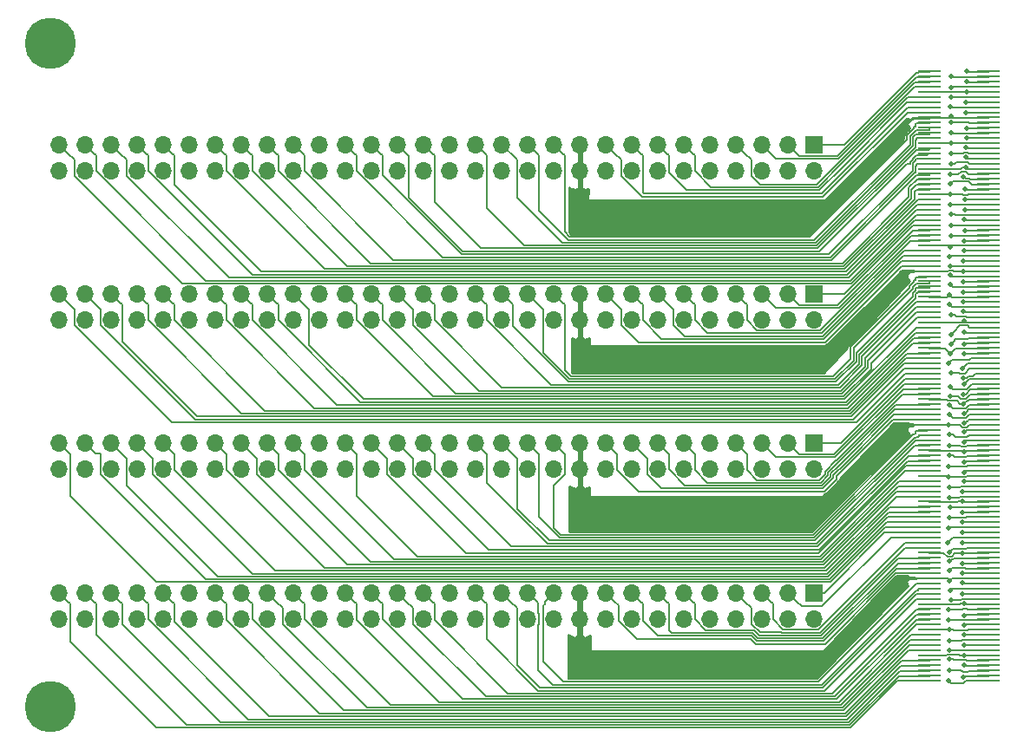
<source format=gtl>
G04 #@! TF.GenerationSoftware,KiCad,Pcbnew,5.0.0-rc2-be01b52~65~ubuntu16.04.1*
G04 #@! TF.CreationDate,2018-06-10T22:33:32-04:00*
G04 #@! TF.ProjectId,meta_breakout,6D6574615F627265616B6F75742E6B69,rev?*
G04 #@! TF.SameCoordinates,Original*
G04 #@! TF.FileFunction,Copper,L1,Top,Signal*
G04 #@! TF.FilePolarity,Positive*
%FSLAX46Y46*%
G04 Gerber Fmt 4.6, Leading zero omitted, Abs format (unit mm)*
G04 Created by KiCad (PCBNEW 5.0.0-rc2-be01b52~65~ubuntu16.04.1) date Sun Jun 10 22:33:32 2018*
%MOMM*%
%LPD*%
G01*
G04 APERTURE LIST*
G04 #@! TA.AperFunction,ComponentPad*
%ADD10O,1.700000X1.700000*%
G04 #@! TD*
G04 #@! TA.AperFunction,ComponentPad*
%ADD11R,1.700000X1.700000*%
G04 #@! TD*
G04 #@! TA.AperFunction,ComponentPad*
%ADD12C,5.000000*%
G04 #@! TD*
G04 #@! TA.AperFunction,SMDPad,CuDef*
%ADD13R,2.273000X0.279000*%
G04 #@! TD*
G04 #@! TA.AperFunction,ViaPad*
%ADD14C,0.508000*%
G04 #@! TD*
G04 #@! TA.AperFunction,Conductor*
%ADD15C,0.127000*%
G04 #@! TD*
G04 #@! TA.AperFunction,Conductor*
%ADD16C,0.254000*%
G04 #@! TD*
G04 #@! TA.AperFunction,Conductor*
%ADD17C,0.226060*%
G04 #@! TD*
G04 APERTURE END LIST*
D10*
G04 #@! TO.P,J5,60*
G04 #@! TO.N,/CTRL_OUT3*
X43760000Y-118900000D03*
G04 #@! TO.P,J5,59*
G04 #@! TO.N,/CTRL_IN3*
X43760000Y-116360000D03*
G04 #@! TO.P,J5,58*
G04 #@! TO.N,/DATA_OUT_P31*
X46300000Y-118900000D03*
G04 #@! TO.P,J5,57*
G04 #@! TO.N,/DATA_IN_P31*
X46300000Y-116360000D03*
G04 #@! TO.P,J5,56*
G04 #@! TO.N,/DATA_OUT_N31*
X48840000Y-118900000D03*
G04 #@! TO.P,J5,55*
G04 #@! TO.N,/DATA_IN_N31*
X48840000Y-116360000D03*
G04 #@! TO.P,J5,54*
G04 #@! TO.N,/DATA_OUT_P30*
X51380000Y-118900000D03*
G04 #@! TO.P,J5,53*
G04 #@! TO.N,/DATA_IN_P30*
X51380000Y-116360000D03*
G04 #@! TO.P,J5,52*
G04 #@! TO.N,/DATA_OUT_N30*
X53920000Y-118900000D03*
G04 #@! TO.P,J5,51*
G04 #@! TO.N,/DATA_IN_N30*
X53920000Y-116360000D03*
G04 #@! TO.P,J5,50*
G04 #@! TO.N,/GND*
X56460000Y-118900000D03*
G04 #@! TO.P,J5,49*
X56460000Y-116360000D03*
G04 #@! TO.P,J5,48*
G04 #@! TO.N,/DATA_OUT_P29*
X59000000Y-118900000D03*
G04 #@! TO.P,J5,47*
G04 #@! TO.N,/DATA_IN_P29*
X59000000Y-116360000D03*
G04 #@! TO.P,J5,46*
G04 #@! TO.N,/DATA_OUT_N29*
X61540000Y-118900000D03*
G04 #@! TO.P,J5,45*
G04 #@! TO.N,/DATA_IN_N29*
X61540000Y-116360000D03*
G04 #@! TO.P,J5,44*
G04 #@! TO.N,/DATA_OUT_P28*
X64080000Y-118900000D03*
G04 #@! TO.P,J5,43*
G04 #@! TO.N,/DATA_IN_P28*
X64080000Y-116360000D03*
G04 #@! TO.P,J5,42*
G04 #@! TO.N,/DATA_OUT_N28*
X66620000Y-118900000D03*
G04 #@! TO.P,J5,41*
G04 #@! TO.N,/DATA_IN_N28*
X66620000Y-116360000D03*
G04 #@! TO.P,J5,40*
G04 #@! TO.N,/VDDIO3*
X69160000Y-118900000D03*
G04 #@! TO.P,J5,39*
X69160000Y-116360000D03*
G04 #@! TO.P,J5,38*
G04 #@! TO.N,/DATA_OUT_P27*
X71700000Y-118900000D03*
G04 #@! TO.P,J5,37*
G04 #@! TO.N,/DATA_IN_P27*
X71700000Y-116360000D03*
G04 #@! TO.P,J5,36*
G04 #@! TO.N,/DATA_OUT_N27*
X74240000Y-118900000D03*
G04 #@! TO.P,J5,35*
G04 #@! TO.N,/DATA_IN_N27*
X74240000Y-116360000D03*
G04 #@! TO.P,J5,34*
G04 #@! TO.N,/DATA_OUT_P26*
X76780000Y-118900000D03*
G04 #@! TO.P,J5,33*
G04 #@! TO.N,/DATA_IN_P26*
X76780000Y-116360000D03*
G04 #@! TO.P,J5,32*
G04 #@! TO.N,/DATA_OUT_N26*
X79320000Y-118900000D03*
G04 #@! TO.P,J5,31*
G04 #@! TO.N,/DATA_IN_N26*
X79320000Y-116360000D03*
G04 #@! TO.P,J5,30*
G04 #@! TO.N,/GND*
X81860000Y-118900000D03*
G04 #@! TO.P,J5,29*
X81860000Y-116360000D03*
G04 #@! TO.P,J5,28*
G04 #@! TO.N,/DATA_OUT_P25*
X84400000Y-118900000D03*
G04 #@! TO.P,J5,27*
G04 #@! TO.N,/DATA_IN_P25*
X84400000Y-116360000D03*
G04 #@! TO.P,J5,26*
G04 #@! TO.N,/DATA_OUT_N25*
X86940000Y-118900000D03*
G04 #@! TO.P,J5,25*
G04 #@! TO.N,/DATA_IN_N25*
X86940000Y-116360000D03*
G04 #@! TO.P,J5,24*
G04 #@! TO.N,/DATA_OUT_P24*
X89480000Y-118900000D03*
G04 #@! TO.P,J5,23*
G04 #@! TO.N,/DATA_IN_P24*
X89480000Y-116360000D03*
G04 #@! TO.P,J5,22*
G04 #@! TO.N,/DATA_OUT_N24*
X92020000Y-118900000D03*
G04 #@! TO.P,J5,21*
G04 #@! TO.N,/DATA_IN_N24*
X92020000Y-116360000D03*
G04 #@! TO.P,J5,20*
G04 #@! TO.N,/VDD3*
X94560000Y-118900000D03*
G04 #@! TO.P,J5,19*
X94560000Y-116360000D03*
G04 #@! TO.P,J5,18*
G04 #@! TO.N,/WAIT_RD_IN_P3*
X97100000Y-118900000D03*
G04 #@! TO.P,J5,17*
G04 #@! TO.N,/WAIT_RD_OUT_P3*
X97100000Y-116360000D03*
G04 #@! TO.P,J5,16*
G04 #@! TO.N,/WAIT_RD_IN_N3*
X99640000Y-118900000D03*
G04 #@! TO.P,J5,15*
G04 #@! TO.N,/WAIT_RD_OUT_N3*
X99640000Y-116360000D03*
G04 #@! TO.P,J5,14*
G04 #@! TO.N,/WAIT_WR_IN_P3*
X102180000Y-118900000D03*
G04 #@! TO.P,J5,13*
G04 #@! TO.N,/WAIT_WR_OUT_P3*
X102180000Y-116360000D03*
G04 #@! TO.P,J5,12*
G04 #@! TO.N,/WAIT_WR_IN_N3*
X104720000Y-118900000D03*
G04 #@! TO.P,J5,11*
G04 #@! TO.N,/WAIT_WR_OUT_N3*
X104720000Y-116360000D03*
G04 #@! TO.P,J5,10*
G04 #@! TO.N,/GND*
X107260000Y-118900000D03*
G04 #@! TO.P,J5,9*
X107260000Y-116360000D03*
G04 #@! TO.P,J5,8*
G04 #@! TO.N,/FRAME_OUT_P3*
X109800000Y-118900000D03*
G04 #@! TO.P,J5,7*
G04 #@! TO.N,/FRAME_IN_P3*
X109800000Y-116360000D03*
G04 #@! TO.P,J5,6*
G04 #@! TO.N,/FRAME_OUT_N3*
X112340000Y-118900000D03*
G04 #@! TO.P,J5,5*
G04 #@! TO.N,/FRAME_IN_N3*
X112340000Y-116360000D03*
G04 #@! TO.P,J5,4*
G04 #@! TO.N,/LCLK_OUT_P3*
X114880000Y-118900000D03*
G04 #@! TO.P,J5,3*
G04 #@! TO.N,/LCLK_IN_P3*
X114880000Y-116360000D03*
G04 #@! TO.P,J5,2*
G04 #@! TO.N,/LCLK_OUT_N3*
X117420000Y-118900000D03*
D11*
G04 #@! TO.P,J5,1*
G04 #@! TO.N,/LCLK_IN_N3*
X117420000Y-116360000D03*
G04 #@! TD*
D10*
G04 #@! TO.P,J4,60*
G04 #@! TO.N,/CTRL_OUT2*
X43760000Y-104310000D03*
G04 #@! TO.P,J4,59*
G04 #@! TO.N,/CTRL_IN2*
X43760000Y-101770000D03*
G04 #@! TO.P,J4,58*
G04 #@! TO.N,/DATA_OUT_P23*
X46300000Y-104310000D03*
G04 #@! TO.P,J4,57*
G04 #@! TO.N,/DATA_IN_P23*
X46300000Y-101770000D03*
G04 #@! TO.P,J4,56*
G04 #@! TO.N,/DATA_OUT_N23*
X48840000Y-104310000D03*
G04 #@! TO.P,J4,55*
G04 #@! TO.N,/DATA_IN_N23*
X48840000Y-101770000D03*
G04 #@! TO.P,J4,54*
G04 #@! TO.N,/DATA_OUT_P22*
X51380000Y-104310000D03*
G04 #@! TO.P,J4,53*
G04 #@! TO.N,/DATA_IN_P22*
X51380000Y-101770000D03*
G04 #@! TO.P,J4,52*
G04 #@! TO.N,/DATA_OUT_N22*
X53920000Y-104310000D03*
G04 #@! TO.P,J4,51*
G04 #@! TO.N,/DATA_IN_N22*
X53920000Y-101770000D03*
G04 #@! TO.P,J4,50*
G04 #@! TO.N,/GND*
X56460000Y-104310000D03*
G04 #@! TO.P,J4,49*
X56460000Y-101770000D03*
G04 #@! TO.P,J4,48*
G04 #@! TO.N,/DATA_OUT_P21*
X59000000Y-104310000D03*
G04 #@! TO.P,J4,47*
G04 #@! TO.N,/DATA_IN_P21*
X59000000Y-101770000D03*
G04 #@! TO.P,J4,46*
G04 #@! TO.N,/DATA_OUT_N21*
X61540000Y-104310000D03*
G04 #@! TO.P,J4,45*
G04 #@! TO.N,/DATA_IN_N21*
X61540000Y-101770000D03*
G04 #@! TO.P,J4,44*
G04 #@! TO.N,/DATA_OUT_P20*
X64080000Y-104310000D03*
G04 #@! TO.P,J4,43*
G04 #@! TO.N,/DATA_IN_P20*
X64080000Y-101770000D03*
G04 #@! TO.P,J4,42*
G04 #@! TO.N,/DATA_OUT_N20*
X66620000Y-104310000D03*
G04 #@! TO.P,J4,41*
G04 #@! TO.N,/DATA_IN_N20*
X66620000Y-101770000D03*
G04 #@! TO.P,J4,40*
G04 #@! TO.N,/VDDIO2*
X69160000Y-104310000D03*
G04 #@! TO.P,J4,39*
X69160000Y-101770000D03*
G04 #@! TO.P,J4,38*
G04 #@! TO.N,/DATA_OUT_P19*
X71700000Y-104310000D03*
G04 #@! TO.P,J4,37*
G04 #@! TO.N,/DATA_IN_P19*
X71700000Y-101770000D03*
G04 #@! TO.P,J4,36*
G04 #@! TO.N,/DATA_OUT_N19*
X74240000Y-104310000D03*
G04 #@! TO.P,J4,35*
G04 #@! TO.N,/DATA_IN_N19*
X74240000Y-101770000D03*
G04 #@! TO.P,J4,34*
G04 #@! TO.N,/DATA_OUT_P18*
X76780000Y-104310000D03*
G04 #@! TO.P,J4,33*
G04 #@! TO.N,/DATA_IN_P18*
X76780000Y-101770000D03*
G04 #@! TO.P,J4,32*
G04 #@! TO.N,/DATA_OUT_N18*
X79320000Y-104310000D03*
G04 #@! TO.P,J4,31*
G04 #@! TO.N,/DATA_IN_N18*
X79320000Y-101770000D03*
G04 #@! TO.P,J4,30*
G04 #@! TO.N,/GND*
X81860000Y-104310000D03*
G04 #@! TO.P,J4,29*
X81860000Y-101770000D03*
G04 #@! TO.P,J4,28*
G04 #@! TO.N,/DATA_OUT_P17*
X84400000Y-104310000D03*
G04 #@! TO.P,J4,27*
G04 #@! TO.N,/DATA_IN_P17*
X84400000Y-101770000D03*
G04 #@! TO.P,J4,26*
G04 #@! TO.N,/DATA_OUT_N17*
X86940000Y-104310000D03*
G04 #@! TO.P,J4,25*
G04 #@! TO.N,/DATA_IN_N17*
X86940000Y-101770000D03*
G04 #@! TO.P,J4,24*
G04 #@! TO.N,/DATA_OUT_P16*
X89480000Y-104310000D03*
G04 #@! TO.P,J4,23*
G04 #@! TO.N,/DATA_IN_P16*
X89480000Y-101770000D03*
G04 #@! TO.P,J4,22*
G04 #@! TO.N,/DATA_OUT_N16*
X92020000Y-104310000D03*
G04 #@! TO.P,J4,21*
G04 #@! TO.N,/DATA_IN_N16*
X92020000Y-101770000D03*
G04 #@! TO.P,J4,20*
G04 #@! TO.N,/VDD2*
X94560000Y-104310000D03*
G04 #@! TO.P,J4,19*
X94560000Y-101770000D03*
G04 #@! TO.P,J4,18*
G04 #@! TO.N,/WAIT_RD_IN_P2*
X97100000Y-104310000D03*
G04 #@! TO.P,J4,17*
G04 #@! TO.N,/WAIT_RD_OUT_P2*
X97100000Y-101770000D03*
G04 #@! TO.P,J4,16*
G04 #@! TO.N,/WAIT_RD_IN_N2*
X99640000Y-104310000D03*
G04 #@! TO.P,J4,15*
G04 #@! TO.N,/WAIT_RD_OUT_N2*
X99640000Y-101770000D03*
G04 #@! TO.P,J4,14*
G04 #@! TO.N,/WAIT_WR_IN_P2*
X102180000Y-104310000D03*
G04 #@! TO.P,J4,13*
G04 #@! TO.N,/WAIT_WR_OUT_P2*
X102180000Y-101770000D03*
G04 #@! TO.P,J4,12*
G04 #@! TO.N,/WAIT_WR_IN_N2*
X104720000Y-104310000D03*
G04 #@! TO.P,J4,11*
G04 #@! TO.N,/WAIT_WR_OUT_N2*
X104720000Y-101770000D03*
G04 #@! TO.P,J4,10*
G04 #@! TO.N,/GND*
X107260000Y-104310000D03*
G04 #@! TO.P,J4,9*
X107260000Y-101770000D03*
G04 #@! TO.P,J4,8*
G04 #@! TO.N,/FRAME_OUT_P2*
X109800000Y-104310000D03*
G04 #@! TO.P,J4,7*
G04 #@! TO.N,/FRAME_IN_P2*
X109800000Y-101770000D03*
G04 #@! TO.P,J4,6*
G04 #@! TO.N,/FRAME_OUT_N2*
X112340000Y-104310000D03*
G04 #@! TO.P,J4,5*
G04 #@! TO.N,/FRAME_IN_N2*
X112340000Y-101770000D03*
G04 #@! TO.P,J4,4*
G04 #@! TO.N,/LCLK_OUT_P2*
X114880000Y-104310000D03*
G04 #@! TO.P,J4,3*
G04 #@! TO.N,/LCLK_IN_P2*
X114880000Y-101770000D03*
G04 #@! TO.P,J4,2*
G04 #@! TO.N,/LCLK_OUT_N2*
X117420000Y-104310000D03*
D11*
G04 #@! TO.P,J4,1*
G04 #@! TO.N,/LCLK_IN_N2*
X117420000Y-101770000D03*
G04 #@! TD*
D10*
G04 #@! TO.P,J3,60*
G04 #@! TO.N,/CTRL_OUT1*
X43760000Y-89720000D03*
G04 #@! TO.P,J3,59*
G04 #@! TO.N,/CTRL_IN1*
X43760000Y-87180000D03*
G04 #@! TO.P,J3,58*
G04 #@! TO.N,/DATA_OUT_P15*
X46300000Y-89720000D03*
G04 #@! TO.P,J3,57*
G04 #@! TO.N,/DATA_IN_P15*
X46300000Y-87180000D03*
G04 #@! TO.P,J3,56*
G04 #@! TO.N,/DATA_OUT_N15*
X48840000Y-89720000D03*
G04 #@! TO.P,J3,55*
G04 #@! TO.N,/DATA_IN_N15*
X48840000Y-87180000D03*
G04 #@! TO.P,J3,54*
G04 #@! TO.N,/DATA_OUT_P14*
X51380000Y-89720000D03*
G04 #@! TO.P,J3,53*
G04 #@! TO.N,/DATA_IN_P14*
X51380000Y-87180000D03*
G04 #@! TO.P,J3,52*
G04 #@! TO.N,/DATA_OUT_N14*
X53920000Y-89720000D03*
G04 #@! TO.P,J3,51*
G04 #@! TO.N,/DATA_IN_N14*
X53920000Y-87180000D03*
G04 #@! TO.P,J3,50*
G04 #@! TO.N,/GND*
X56460000Y-89720000D03*
G04 #@! TO.P,J3,49*
X56460000Y-87180000D03*
G04 #@! TO.P,J3,48*
G04 #@! TO.N,/DATA_OUT_P13*
X59000000Y-89720000D03*
G04 #@! TO.P,J3,47*
G04 #@! TO.N,/DATA_IN_P13*
X59000000Y-87180000D03*
G04 #@! TO.P,J3,46*
G04 #@! TO.N,/DATA_OUT_N13*
X61540000Y-89720000D03*
G04 #@! TO.P,J3,45*
G04 #@! TO.N,/DATA_IN_N13*
X61540000Y-87180000D03*
G04 #@! TO.P,J3,44*
G04 #@! TO.N,/DATA_OUT_P12*
X64080000Y-89720000D03*
G04 #@! TO.P,J3,43*
G04 #@! TO.N,/DATA_IN_P12*
X64080000Y-87180000D03*
G04 #@! TO.P,J3,42*
G04 #@! TO.N,/DATA_OUT_N12*
X66620000Y-89720000D03*
G04 #@! TO.P,J3,41*
G04 #@! TO.N,/DATA_IN_N12*
X66620000Y-87180000D03*
G04 #@! TO.P,J3,40*
G04 #@! TO.N,/VDDIO1*
X69160000Y-89720000D03*
G04 #@! TO.P,J3,39*
X69160000Y-87180000D03*
G04 #@! TO.P,J3,38*
G04 #@! TO.N,/DATA_OUT_P11*
X71700000Y-89720000D03*
G04 #@! TO.P,J3,37*
G04 #@! TO.N,/DATA_IN_P11*
X71700000Y-87180000D03*
G04 #@! TO.P,J3,36*
G04 #@! TO.N,/DATA_OUT_N11*
X74240000Y-89720000D03*
G04 #@! TO.P,J3,35*
G04 #@! TO.N,/DATA_IN_N11*
X74240000Y-87180000D03*
G04 #@! TO.P,J3,34*
G04 #@! TO.N,/DATA_OUT_P10*
X76780000Y-89720000D03*
G04 #@! TO.P,J3,33*
G04 #@! TO.N,/DATA_IN_P10*
X76780000Y-87180000D03*
G04 #@! TO.P,J3,32*
G04 #@! TO.N,/DATA_OUT_N10*
X79320000Y-89720000D03*
G04 #@! TO.P,J3,31*
G04 #@! TO.N,/DATA_IN_N10*
X79320000Y-87180000D03*
G04 #@! TO.P,J3,30*
G04 #@! TO.N,/GND*
X81860000Y-89720000D03*
G04 #@! TO.P,J3,29*
X81860000Y-87180000D03*
G04 #@! TO.P,J3,28*
G04 #@! TO.N,/DATA_OUT_P9*
X84400000Y-89720000D03*
G04 #@! TO.P,J3,27*
G04 #@! TO.N,/DATA_IN_P9*
X84400000Y-87180000D03*
G04 #@! TO.P,J3,26*
G04 #@! TO.N,/DATA_OUT_N9*
X86940000Y-89720000D03*
G04 #@! TO.P,J3,25*
G04 #@! TO.N,/DATA_IN_N9*
X86940000Y-87180000D03*
G04 #@! TO.P,J3,24*
G04 #@! TO.N,/DATA_OUT_P8*
X89480000Y-89720000D03*
G04 #@! TO.P,J3,23*
G04 #@! TO.N,/DATA_IN_P8*
X89480000Y-87180000D03*
G04 #@! TO.P,J3,22*
G04 #@! TO.N,/DATA_OUT_N8*
X92020000Y-89720000D03*
G04 #@! TO.P,J3,21*
G04 #@! TO.N,/DATA_IN_N8*
X92020000Y-87180000D03*
G04 #@! TO.P,J3,20*
G04 #@! TO.N,/VDD1*
X94560000Y-89720000D03*
G04 #@! TO.P,J3,19*
X94560000Y-87180000D03*
G04 #@! TO.P,J3,18*
G04 #@! TO.N,/WAIT_RD_IN_P1*
X97100000Y-89720000D03*
G04 #@! TO.P,J3,17*
G04 #@! TO.N,/WAIT_RD_OUT_P1*
X97100000Y-87180000D03*
G04 #@! TO.P,J3,16*
G04 #@! TO.N,/WAIT_RD_IN_N1*
X99640000Y-89720000D03*
G04 #@! TO.P,J3,15*
G04 #@! TO.N,/WAIT_RD_OUT_N1*
X99640000Y-87180000D03*
G04 #@! TO.P,J3,14*
G04 #@! TO.N,/WAIT_WR_IN_P1*
X102180000Y-89720000D03*
G04 #@! TO.P,J3,13*
G04 #@! TO.N,/WAIT_WR_OUT_P1*
X102180000Y-87180000D03*
G04 #@! TO.P,J3,12*
G04 #@! TO.N,/WAIT_WR_IN_N1*
X104720000Y-89720000D03*
G04 #@! TO.P,J3,11*
G04 #@! TO.N,/WAIT_WR_OUT_N1*
X104720000Y-87180000D03*
G04 #@! TO.P,J3,10*
G04 #@! TO.N,/GND*
X107260000Y-89720000D03*
G04 #@! TO.P,J3,9*
X107260000Y-87180000D03*
G04 #@! TO.P,J3,8*
G04 #@! TO.N,/FRAME_OUT_P1*
X109800000Y-89720000D03*
G04 #@! TO.P,J3,7*
G04 #@! TO.N,/FRAME_IN_P1*
X109800000Y-87180000D03*
G04 #@! TO.P,J3,6*
G04 #@! TO.N,/FRAME_OUT_N1*
X112340000Y-89720000D03*
G04 #@! TO.P,J3,5*
G04 #@! TO.N,/FRAME_IN_N1*
X112340000Y-87180000D03*
G04 #@! TO.P,J3,4*
G04 #@! TO.N,/LCLK_OUT_P1*
X114880000Y-89720000D03*
G04 #@! TO.P,J3,3*
G04 #@! TO.N,/LCLK_IN_P1*
X114880000Y-87180000D03*
G04 #@! TO.P,J3,2*
G04 #@! TO.N,/LCLK_OUT_N1*
X117420000Y-89720000D03*
D11*
G04 #@! TO.P,J3,1*
G04 #@! TO.N,/LCLK_IN_N1*
X117420000Y-87180000D03*
G04 #@! TD*
D10*
G04 #@! TO.P,J2,60*
G04 #@! TO.N,/CTRL_OUT0*
X43760000Y-75130000D03*
G04 #@! TO.P,J2,59*
G04 #@! TO.N,/CTRL_IN0*
X43760000Y-72590000D03*
G04 #@! TO.P,J2,58*
G04 #@! TO.N,/DATA_OUT_P7*
X46300000Y-75130000D03*
G04 #@! TO.P,J2,57*
G04 #@! TO.N,/DATA_IN_P7*
X46300000Y-72590000D03*
G04 #@! TO.P,J2,56*
G04 #@! TO.N,/DATA_OUT_N7*
X48840000Y-75130000D03*
G04 #@! TO.P,J2,55*
G04 #@! TO.N,/DATA_IN_N7*
X48840000Y-72590000D03*
G04 #@! TO.P,J2,54*
G04 #@! TO.N,/DATA_OUT_P6*
X51380000Y-75130000D03*
G04 #@! TO.P,J2,53*
G04 #@! TO.N,/DATA_IN_P6*
X51380000Y-72590000D03*
G04 #@! TO.P,J2,52*
G04 #@! TO.N,/DATA_OUT_N6*
X53920000Y-75130000D03*
G04 #@! TO.P,J2,51*
G04 #@! TO.N,/DATA_IN_N6*
X53920000Y-72590000D03*
G04 #@! TO.P,J2,50*
G04 #@! TO.N,/GND*
X56460000Y-75130000D03*
G04 #@! TO.P,J2,49*
X56460000Y-72590000D03*
G04 #@! TO.P,J2,48*
G04 #@! TO.N,/DATA_OUT_P5*
X59000000Y-75130000D03*
G04 #@! TO.P,J2,47*
G04 #@! TO.N,/DATA_IN_P5*
X59000000Y-72590000D03*
G04 #@! TO.P,J2,46*
G04 #@! TO.N,/DATA_OUT_N5*
X61540000Y-75130000D03*
G04 #@! TO.P,J2,45*
G04 #@! TO.N,/DATA_IN_N5*
X61540000Y-72590000D03*
G04 #@! TO.P,J2,44*
G04 #@! TO.N,/DATA_OUT_P4*
X64080000Y-75130000D03*
G04 #@! TO.P,J2,43*
G04 #@! TO.N,/DATA_IN_P4*
X64080000Y-72590000D03*
G04 #@! TO.P,J2,42*
G04 #@! TO.N,/DATA_OUT_N4*
X66620000Y-75130000D03*
G04 #@! TO.P,J2,41*
G04 #@! TO.N,/DATA_IN_N4*
X66620000Y-72590000D03*
G04 #@! TO.P,J2,40*
G04 #@! TO.N,/VDDIO0*
X69160000Y-75130000D03*
G04 #@! TO.P,J2,39*
X69160000Y-72590000D03*
G04 #@! TO.P,J2,38*
G04 #@! TO.N,/DATA_OUT_P3*
X71700000Y-75130000D03*
G04 #@! TO.P,J2,37*
G04 #@! TO.N,/DATA_IN_P3*
X71700000Y-72590000D03*
G04 #@! TO.P,J2,36*
G04 #@! TO.N,/DATA_OUT_N3*
X74240000Y-75130000D03*
G04 #@! TO.P,J2,35*
G04 #@! TO.N,/DATA_IN_N3*
X74240000Y-72590000D03*
G04 #@! TO.P,J2,34*
G04 #@! TO.N,/DATA_OUT_P2*
X76780000Y-75130000D03*
G04 #@! TO.P,J2,33*
G04 #@! TO.N,/DATA_IN_P2*
X76780000Y-72590000D03*
G04 #@! TO.P,J2,32*
G04 #@! TO.N,/DATA_OUT_N2*
X79320000Y-75130000D03*
G04 #@! TO.P,J2,31*
G04 #@! TO.N,/DATA_IN_N2*
X79320000Y-72590000D03*
G04 #@! TO.P,J2,30*
G04 #@! TO.N,/GND*
X81860000Y-75130000D03*
G04 #@! TO.P,J2,29*
X81860000Y-72590000D03*
G04 #@! TO.P,J2,28*
G04 #@! TO.N,/DATA_OUT_P1*
X84400000Y-75130000D03*
G04 #@! TO.P,J2,27*
G04 #@! TO.N,/DATA_IN_P1*
X84400000Y-72590000D03*
G04 #@! TO.P,J2,26*
G04 #@! TO.N,/DATA_OUT_N1*
X86940000Y-75130000D03*
G04 #@! TO.P,J2,25*
G04 #@! TO.N,/DATA_IN_N1*
X86940000Y-72590000D03*
G04 #@! TO.P,J2,24*
G04 #@! TO.N,/DATA_OUT_P0*
X89480000Y-75130000D03*
G04 #@! TO.P,J2,23*
G04 #@! TO.N,/DATA_IN_P0*
X89480000Y-72590000D03*
G04 #@! TO.P,J2,22*
G04 #@! TO.N,/DATA_OUT_N0*
X92020000Y-75130000D03*
G04 #@! TO.P,J2,21*
G04 #@! TO.N,/DATA_IN_N0*
X92020000Y-72590000D03*
G04 #@! TO.P,J2,20*
G04 #@! TO.N,/VDD0*
X94560000Y-75130000D03*
G04 #@! TO.P,J2,19*
X94560000Y-72590000D03*
G04 #@! TO.P,J2,18*
G04 #@! TO.N,/WAIT_RD_IN_P0*
X97100000Y-75130000D03*
G04 #@! TO.P,J2,17*
G04 #@! TO.N,/WAIT_RD_OUT_P0*
X97100000Y-72590000D03*
G04 #@! TO.P,J2,16*
G04 #@! TO.N,/WAIT_RD_IN_N0*
X99640000Y-75130000D03*
G04 #@! TO.P,J2,15*
G04 #@! TO.N,/WAIT_RD_OUT_N0*
X99640000Y-72590000D03*
G04 #@! TO.P,J2,14*
G04 #@! TO.N,/WAIT_WR_IN_P0*
X102180000Y-75130000D03*
G04 #@! TO.P,J2,13*
G04 #@! TO.N,/WAIT_WR_OUT_P0*
X102180000Y-72590000D03*
G04 #@! TO.P,J2,12*
G04 #@! TO.N,/WAIT_WR_IN_N0*
X104720000Y-75130000D03*
G04 #@! TO.P,J2,11*
G04 #@! TO.N,/WAIT_WR_OUT_N0*
X104720000Y-72590000D03*
G04 #@! TO.P,J2,10*
G04 #@! TO.N,/GND*
X107260000Y-75130000D03*
G04 #@! TO.P,J2,9*
X107260000Y-72590000D03*
G04 #@! TO.P,J2,8*
G04 #@! TO.N,/FRAME_OUT_P0*
X109800000Y-75130000D03*
G04 #@! TO.P,J2,7*
G04 #@! TO.N,/FRAME_IN_P0*
X109800000Y-72590000D03*
G04 #@! TO.P,J2,6*
G04 #@! TO.N,/FRAME_OUT_N0*
X112340000Y-75130000D03*
G04 #@! TO.P,J2,5*
G04 #@! TO.N,/FRAME_IN_N0*
X112340000Y-72590000D03*
G04 #@! TO.P,J2,4*
G04 #@! TO.N,/LCLK_OUT_P0*
X114880000Y-75130000D03*
G04 #@! TO.P,J2,3*
G04 #@! TO.N,/LCLK_IN_P0*
X114880000Y-72590000D03*
G04 #@! TO.P,J2,2*
G04 #@! TO.N,/LCLK_OUT_N0*
X117420000Y-75130000D03*
D11*
G04 #@! TO.P,J2,1*
G04 #@! TO.N,/LCLK_IN_N0*
X117420000Y-72590000D03*
G04 #@! TD*
D12*
G04 #@! TO.P,REF\002A\002A,1*
G04 #@! TO.N,N/C*
X42850000Y-127470000D03*
G04 #@! TD*
D13*
G04 #@! TO.P,J1,202*
G04 #@! TO.N,/DATA_OUT_N24*
X134374000Y-115450000D03*
G04 #@! TO.P,J1,204*
G04 #@! TO.N,/DATA_OUT_P24*
X134374000Y-115950000D03*
G04 #@! TO.P,J1,213*
G04 #@! TO.N,/DATA_IN_P26*
X128646000Y-118450000D03*
G04 #@! TO.P,J1,203*
G04 #@! TO.N,/DATA_IN_P24*
X128646000Y-115950000D03*
G04 #@! TO.P,J1,206*
G04 #@! TO.N,/DATA_OUT_N25*
X134374000Y-116450000D03*
G04 #@! TO.P,J1,228*
G04 #@! TO.N,/DATA_OUT_P29*
X134374000Y-121950000D03*
G04 #@! TO.P,J1,207*
G04 #@! TO.N,/DATA_IN_P25*
X128646000Y-116950000D03*
G04 #@! TO.P,J1,211*
G04 #@! TO.N,/DATA_IN_N26*
X128646000Y-117950000D03*
G04 #@! TO.P,J1,224*
G04 #@! TO.N,/DATA_OUT_P28*
X134374000Y-120950000D03*
G04 #@! TO.P,J1,216*
G04 #@! TO.N,/DATA_OUT_N27*
X134374000Y-118950000D03*
G04 #@! TO.P,J1,221*
G04 #@! TO.N,/DATA_IN_N28*
X128646000Y-120450000D03*
G04 #@! TO.P,J1,229*
G04 #@! TO.N,/GND*
X128646000Y-122450000D03*
G04 #@! TO.P,J1,214*
G04 #@! TO.N,/DATA_OUT_P26*
X134374000Y-118450000D03*
G04 #@! TO.P,J1,223*
G04 #@! TO.N,/DATA_IN_P28*
X128646000Y-120950000D03*
G04 #@! TO.P,J1,217*
G04 #@! TO.N,/DATA_IN_P27*
X128646000Y-119450000D03*
G04 #@! TO.P,J1,227*
G04 #@! TO.N,/DATA_IN_P29*
X128646000Y-121950000D03*
G04 #@! TO.P,J1,235*
G04 #@! TO.N,/DATA_IN_N31*
X128646000Y-123950000D03*
G04 #@! TO.P,J1,201*
G04 #@! TO.N,/DATA_IN_N24*
X128646000Y-115450000D03*
G04 #@! TO.P,J1,232*
G04 #@! TO.N,/DATA_OUT_N30*
X134374000Y-122950000D03*
G04 #@! TO.P,J1,208*
G04 #@! TO.N,/DATA_OUT_P25*
X134374000Y-116950000D03*
G04 #@! TO.P,J1,205*
G04 #@! TO.N,/DATA_IN_N25*
X128646000Y-116450000D03*
G04 #@! TO.P,J1,220*
G04 #@! TO.N,/VDDIO3*
X134374000Y-119950000D03*
G04 #@! TO.P,J1,212*
G04 #@! TO.N,/DATA_OUT_N26*
X134374000Y-117950000D03*
G04 #@! TO.P,J1,239*
G04 #@! TO.N,/CTRL_IN3*
X128646000Y-124950000D03*
G04 #@! TO.P,J1,210*
G04 #@! TO.N,/GND*
X134374000Y-117450000D03*
G04 #@! TO.P,J1,233*
G04 #@! TO.N,/DATA_IN_P30*
X128646000Y-123450000D03*
G04 #@! TO.P,J1,218*
G04 #@! TO.N,/DATA_OUT_P27*
X134374000Y-119450000D03*
G04 #@! TO.P,J1,226*
G04 #@! TO.N,/DATA_OUT_N29*
X134374000Y-121450000D03*
G04 #@! TO.P,J1,209*
G04 #@! TO.N,/GND*
X128646000Y-117450000D03*
G04 #@! TO.P,J1,236*
G04 #@! TO.N,/DATA_OUT_N31*
X134374000Y-123950000D03*
G04 #@! TO.P,J1,225*
G04 #@! TO.N,/DATA_IN_N29*
X128646000Y-121450000D03*
G04 #@! TO.P,J1,237*
G04 #@! TO.N,/DATA_IN_P31*
X128646000Y-124450000D03*
G04 #@! TO.P,J1,222*
G04 #@! TO.N,/DATA_OUT_N28*
X134374000Y-120450000D03*
G04 #@! TO.P,J1,234*
G04 #@! TO.N,/DATA_OUT_P30*
X134374000Y-123450000D03*
G04 #@! TO.P,J1,219*
G04 #@! TO.N,/VDDIO3*
X128646000Y-119950000D03*
G04 #@! TO.P,J1,215*
G04 #@! TO.N,/DATA_IN_N27*
X128646000Y-118950000D03*
G04 #@! TO.P,J1,238*
G04 #@! TO.N,/DATA_OUT_P31*
X134374000Y-124450000D03*
G04 #@! TO.P,J1,230*
G04 #@! TO.N,/GND*
X134374000Y-122450000D03*
G04 #@! TO.P,J1,231*
G04 #@! TO.N,/DATA_IN_N30*
X128646000Y-122950000D03*
G04 #@! TO.P,J1,240*
G04 #@! TO.N,/CTRL_OUT3*
X134374000Y-124950000D03*
G04 #@! TO.P,J1,152*
G04 #@! TO.N,/DATA_OUT_N18*
X134374000Y-102950000D03*
G04 #@! TO.P,J1,149*
G04 #@! TO.N,/GND*
X128646000Y-102450000D03*
G04 #@! TO.P,J1,185*
G04 #@! TO.N,/FRAME_IN_N3*
X128646000Y-111450000D03*
G04 #@! TO.P,J1,164*
G04 #@! TO.N,/DATA_OUT_P20*
X134374000Y-105950000D03*
G04 #@! TO.P,J1,197*
G04 #@! TO.N,/WAIT_RD_OUT_P3*
X128646000Y-114450000D03*
G04 #@! TO.P,J1,192*
G04 #@! TO.N,/WAIT_WR_IN_N3*
X134374000Y-112950000D03*
G04 #@! TO.P,J1,187*
G04 #@! TO.N,/FRAME_IN_P3*
X128646000Y-111950000D03*
G04 #@! TO.P,J1,182*
G04 #@! TO.N,/LCLK_OUT_N3*
X134374000Y-110450000D03*
G04 #@! TO.P,J1,161*
G04 #@! TO.N,/DATA_IN_N20*
X128646000Y-105450000D03*
G04 #@! TO.P,J1,160*
G04 #@! TO.N,/VDDIO2*
X134374000Y-104950000D03*
G04 #@! TO.P,J1,188*
G04 #@! TO.N,/FRAME_OUT_P3*
X134374000Y-111950000D03*
G04 #@! TO.P,J1,184*
G04 #@! TO.N,/LCLK_OUT_P3*
X134374000Y-110950000D03*
G04 #@! TO.P,J1,183*
G04 #@! TO.N,/LCLK_IN_P3*
X128646000Y-110950000D03*
G04 #@! TO.P,J1,155*
G04 #@! TO.N,/DATA_IN_N19*
X128646000Y-103950000D03*
G04 #@! TO.P,J1,173*
G04 #@! TO.N,/DATA_IN_P22*
X128646000Y-108450000D03*
G04 #@! TO.P,J1,170*
G04 #@! TO.N,/GND*
X134374000Y-107450000D03*
G04 #@! TO.P,J1,102*
G04 #@! TO.N,/DATA_OUT_N12*
X134374000Y-90450000D03*
G04 #@! TO.P,J1,104*
G04 #@! TO.N,/DATA_OUT_P12*
X134374000Y-90950000D03*
G04 #@! TO.P,J1,162*
G04 #@! TO.N,/DATA_OUT_N20*
X134374000Y-105450000D03*
G04 #@! TO.P,J1,113*
G04 #@! TO.N,/DATA_IN_P14*
X128646000Y-93450000D03*
G04 #@! TO.P,J1,156*
G04 #@! TO.N,/DATA_OUT_N19*
X134374000Y-103950000D03*
G04 #@! TO.P,J1,153*
G04 #@! TO.N,/DATA_IN_P18*
X128646000Y-103450000D03*
G04 #@! TO.P,J1,193*
G04 #@! TO.N,/WAIT_WR_OUT_P3*
X128646000Y-113450000D03*
G04 #@! TO.P,J1,157*
G04 #@! TO.N,/DATA_IN_P19*
X128646000Y-104450000D03*
G04 #@! TO.P,J1,172*
G04 #@! TO.N,/DATA_OUT_N22*
X134374000Y-107950000D03*
G04 #@! TO.P,J1,159*
G04 #@! TO.N,/VDDIO2*
X128646000Y-104950000D03*
G04 #@! TO.P,J1,179*
G04 #@! TO.N,/CTRL_IN2*
X128646000Y-109950000D03*
G04 #@! TO.P,J1,163*
G04 #@! TO.N,/DATA_IN_P20*
X128646000Y-105950000D03*
G04 #@! TO.P,J1,190*
G04 #@! TO.N,/GND*
X134374000Y-112450000D03*
G04 #@! TO.P,J1,154*
G04 #@! TO.N,/DATA_OUT_P18*
X134374000Y-103450000D03*
G04 #@! TO.P,J1,194*
G04 #@! TO.N,/WAIT_WR_IN_P3*
X134374000Y-113450000D03*
G04 #@! TO.P,J1,181*
G04 #@! TO.N,/LCLK_IN_N3*
X128646000Y-110450000D03*
G04 #@! TO.P,J1,171*
G04 #@! TO.N,/DATA_IN_N22*
X128646000Y-107950000D03*
G04 #@! TO.P,J1,180*
G04 #@! TO.N,/CTRL_OUT2*
X134374000Y-109950000D03*
G04 #@! TO.P,J1,103*
G04 #@! TO.N,/DATA_IN_P12*
X128646000Y-90950000D03*
G04 #@! TO.P,J1,196*
G04 #@! TO.N,/WAIT_RD_IN_N3*
X134374000Y-113950000D03*
G04 #@! TO.P,J1,198*
G04 #@! TO.N,/WAIT_RD_IN_P3*
X134374000Y-114450000D03*
G04 #@! TO.P,J1,106*
G04 #@! TO.N,/DATA_OUT_N13*
X134374000Y-91450000D03*
G04 #@! TO.P,J1,128*
G04 #@! TO.N,/FRAME_OUT_P2*
X134374000Y-96950000D03*
G04 #@! TO.P,J1,107*
G04 #@! TO.N,/DATA_IN_P13*
X128646000Y-91950000D03*
G04 #@! TO.P,J1,111*
G04 #@! TO.N,/DATA_IN_N14*
X128646000Y-92950000D03*
G04 #@! TO.P,J1,124*
G04 #@! TO.N,/LCLK_OUT_P2*
X134374000Y-95950000D03*
G04 #@! TO.P,J1,116*
G04 #@! TO.N,/DATA_OUT_N15*
X134374000Y-93950000D03*
G04 #@! TO.P,J1,121*
G04 #@! TO.N,/LCLK_IN_N2*
X128646000Y-95450000D03*
G04 #@! TO.P,J1,129*
G04 #@! TO.N,/GND*
X128646000Y-97450000D03*
G04 #@! TO.P,J1,195*
G04 #@! TO.N,/WAIT_RD_OUT_N3*
X128646000Y-113950000D03*
G04 #@! TO.P,J1,114*
G04 #@! TO.N,/DATA_OUT_P14*
X134374000Y-93450000D03*
G04 #@! TO.P,J1,123*
G04 #@! TO.N,/LCLK_IN_P2*
X128646000Y-95950000D03*
G04 #@! TO.P,J1,117*
G04 #@! TO.N,/DATA_IN_P15*
X128646000Y-94450000D03*
G04 #@! TO.P,J1,127*
G04 #@! TO.N,/FRAME_IN_P2*
X128646000Y-96950000D03*
G04 #@! TO.P,J1,135*
G04 #@! TO.N,/WAIT_RD_OUT_N2*
X128646000Y-98950000D03*
G04 #@! TO.P,J1,150*
G04 #@! TO.N,/GND*
X134374000Y-102450000D03*
G04 #@! TO.P,J1,101*
G04 #@! TO.N,/DATA_IN_N12*
X128646000Y-90450000D03*
G04 #@! TO.P,J1,132*
G04 #@! TO.N,/WAIT_WR_IN_N2*
X134374000Y-97950000D03*
G04 #@! TO.P,J1,186*
G04 #@! TO.N,/FRAME_OUT_N3*
X134374000Y-111450000D03*
G04 #@! TO.P,J1,199*
G04 #@! TO.N,/VDD3*
X128646000Y-114950000D03*
G04 #@! TO.P,J1,108*
G04 #@! TO.N,/DATA_OUT_P13*
X134374000Y-91950000D03*
G04 #@! TO.P,J1,174*
G04 #@! TO.N,/DATA_OUT_P22*
X134374000Y-108450000D03*
G04 #@! TO.P,J1,178*
G04 #@! TO.N,/DATA_OUT_P23*
X134374000Y-109450000D03*
G04 #@! TO.P,J1,168*
G04 #@! TO.N,/DATA_OUT_P21*
X134374000Y-106950000D03*
G04 #@! TO.P,J1,177*
G04 #@! TO.N,/DATA_IN_P23*
X128646000Y-109450000D03*
G04 #@! TO.P,J1,191*
G04 #@! TO.N,/WAIT_WR_OUT_N3*
X128646000Y-112950000D03*
G04 #@! TO.P,J1,189*
G04 #@! TO.N,/GND*
X128646000Y-112450000D03*
G04 #@! TO.P,J1,105*
G04 #@! TO.N,/DATA_IN_N13*
X128646000Y-91450000D03*
G04 #@! TO.P,J1,200*
G04 #@! TO.N,/VDD3*
X134374000Y-114950000D03*
G04 #@! TO.P,J1,169*
G04 #@! TO.N,/GND*
X128646000Y-107450000D03*
G04 #@! TO.P,J1,167*
G04 #@! TO.N,/DATA_IN_P21*
X128646000Y-106950000D03*
G04 #@! TO.P,J1,145*
G04 #@! TO.N,/DATA_IN_N17*
X128646000Y-101450000D03*
G04 #@! TO.P,J1,148*
G04 #@! TO.N,/DATA_OUT_P17*
X134374000Y-101950000D03*
G04 #@! TO.P,J1,146*
G04 #@! TO.N,/DATA_OUT_N17*
X134374000Y-101450000D03*
G04 #@! TO.P,J1,147*
G04 #@! TO.N,/DATA_IN_P17*
X128646000Y-101950000D03*
G04 #@! TO.P,J1,120*
G04 #@! TO.N,/CTRL_OUT1*
X134374000Y-94950000D03*
G04 #@! TO.P,J1,112*
G04 #@! TO.N,/DATA_OUT_N14*
X134374000Y-92950000D03*
G04 #@! TO.P,J1,139*
G04 #@! TO.N,/VDD2*
X128646000Y-99950000D03*
G04 #@! TO.P,J1,110*
G04 #@! TO.N,/GND*
X134374000Y-92450000D03*
G04 #@! TO.P,J1,133*
G04 #@! TO.N,/WAIT_WR_OUT_P2*
X128646000Y-98450000D03*
G04 #@! TO.P,J1,118*
G04 #@! TO.N,/DATA_OUT_P15*
X134374000Y-94450000D03*
G04 #@! TO.P,J1,126*
G04 #@! TO.N,/FRAME_OUT_N2*
X134374000Y-96450000D03*
G04 #@! TO.P,J1,109*
G04 #@! TO.N,/GND*
X128646000Y-92450000D03*
G04 #@! TO.P,J1,136*
G04 #@! TO.N,/WAIT_RD_IN_N2*
X134374000Y-98950000D03*
G04 #@! TO.P,J1,125*
G04 #@! TO.N,/FRAME_IN_N2*
X128646000Y-96450000D03*
G04 #@! TO.P,J1,141*
G04 #@! TO.N,/DATA_IN_N16*
X128646000Y-100450000D03*
G04 #@! TO.P,J1,137*
G04 #@! TO.N,/WAIT_RD_OUT_P2*
X128646000Y-99450000D03*
G04 #@! TO.P,J1,122*
G04 #@! TO.N,/LCLK_OUT_N2*
X134374000Y-95450000D03*
G04 #@! TO.P,J1,134*
G04 #@! TO.N,/WAIT_WR_IN_P2*
X134374000Y-98450000D03*
G04 #@! TO.P,J1,119*
G04 #@! TO.N,/CTRL_IN1*
X128646000Y-94950000D03*
G04 #@! TO.P,J1,115*
G04 #@! TO.N,/DATA_IN_N15*
X128646000Y-93950000D03*
G04 #@! TO.P,J1,138*
G04 #@! TO.N,/WAIT_RD_IN_P2*
X134374000Y-99450000D03*
G04 #@! TO.P,J1,130*
G04 #@! TO.N,/GND*
X134374000Y-97450000D03*
G04 #@! TO.P,J1,131*
G04 #@! TO.N,/WAIT_WR_OUT_N2*
X128646000Y-97950000D03*
G04 #@! TO.P,J1,142*
G04 #@! TO.N,/DATA_OUT_N16*
X134374000Y-100450000D03*
G04 #@! TO.P,J1,140*
G04 #@! TO.N,/VDD2*
X134374000Y-99950000D03*
G04 #@! TO.P,J1,166*
G04 #@! TO.N,/DATA_OUT_N21*
X134374000Y-106450000D03*
G04 #@! TO.P,J1,175*
G04 #@! TO.N,/DATA_IN_N23*
X128646000Y-108950000D03*
G04 #@! TO.P,J1,176*
G04 #@! TO.N,/DATA_OUT_N23*
X134374000Y-108950000D03*
G04 #@! TO.P,J1,144*
G04 #@! TO.N,/DATA_OUT_P16*
X134374000Y-100950000D03*
G04 #@! TO.P,J1,158*
G04 #@! TO.N,/DATA_OUT_P19*
X134374000Y-104450000D03*
G04 #@! TO.P,J1,151*
G04 #@! TO.N,/DATA_IN_N18*
X128646000Y-102950000D03*
G04 #@! TO.P,J1,143*
G04 #@! TO.N,/DATA_IN_P16*
X128646000Y-100950000D03*
G04 #@! TO.P,J1,165*
G04 #@! TO.N,/DATA_IN_N21*
X128646000Y-106450000D03*
G04 #@! TO.P,J1,100*
G04 #@! TO.N,/VDDIO1*
X134374000Y-89950000D03*
G04 #@! TO.P,J1,99*
X128646000Y-89950000D03*
G04 #@! TO.P,J1,98*
G04 #@! TO.N,/DATA_OUT_P11*
X134374000Y-89450000D03*
G04 #@! TO.P,J1,97*
G04 #@! TO.N,/DATA_IN_P11*
X128646000Y-89450000D03*
G04 #@! TO.P,J1,96*
G04 #@! TO.N,/DATA_OUT_N11*
X134374000Y-88950000D03*
G04 #@! TO.P,J1,95*
G04 #@! TO.N,/DATA_IN_N11*
X128646000Y-88950000D03*
G04 #@! TO.P,J1,94*
G04 #@! TO.N,/DATA_OUT_P10*
X134374000Y-88450000D03*
G04 #@! TO.P,J1,93*
G04 #@! TO.N,/DATA_IN_P10*
X128646000Y-88450000D03*
G04 #@! TO.P,J1,92*
G04 #@! TO.N,/DATA_OUT_N10*
X134374000Y-87950000D03*
G04 #@! TO.P,J1,91*
G04 #@! TO.N,/DATA_IN_N10*
X128646000Y-87950000D03*
G04 #@! TO.P,J1,90*
G04 #@! TO.N,/GND*
X134374000Y-87450000D03*
G04 #@! TO.P,J1,89*
X128646000Y-87450000D03*
G04 #@! TO.P,J1,88*
G04 #@! TO.N,/DATA_OUT_P9*
X134374000Y-86950000D03*
G04 #@! TO.P,J1,87*
G04 #@! TO.N,/DATA_IN_P9*
X128646000Y-86950000D03*
G04 #@! TO.P,J1,86*
G04 #@! TO.N,/DATA_OUT_N9*
X134374000Y-86450000D03*
G04 #@! TO.P,J1,85*
G04 #@! TO.N,/DATA_IN_N9*
X128646000Y-86450000D03*
G04 #@! TO.P,J1,84*
G04 #@! TO.N,/DATA_OUT_P8*
X134374000Y-85950000D03*
G04 #@! TO.P,J1,83*
G04 #@! TO.N,/DATA_IN_P8*
X128646000Y-85950000D03*
G04 #@! TO.P,J1,82*
G04 #@! TO.N,/DATA_OUT_N8*
X134374000Y-85450000D03*
G04 #@! TO.P,J1,81*
G04 #@! TO.N,/DATA_IN_N8*
X128646000Y-85450000D03*
G04 #@! TO.P,J1,80*
G04 #@! TO.N,/VDD1*
X134374000Y-84950000D03*
G04 #@! TO.P,J1,79*
X128646000Y-84950000D03*
G04 #@! TO.P,J1,78*
G04 #@! TO.N,/WAIT_RD_IN_P1*
X134374000Y-84450000D03*
G04 #@! TO.P,J1,77*
G04 #@! TO.N,/WAIT_RD_OUT_P1*
X128646000Y-84450000D03*
G04 #@! TO.P,J1,76*
G04 #@! TO.N,/WAIT_RD_IN_N1*
X134374000Y-83950000D03*
G04 #@! TO.P,J1,75*
G04 #@! TO.N,/WAIT_RD_OUT_N1*
X128646000Y-83950000D03*
G04 #@! TO.P,J1,74*
G04 #@! TO.N,/WAIT_WR_IN_P1*
X134374000Y-83450000D03*
G04 #@! TO.P,J1,73*
G04 #@! TO.N,/WAIT_WR_OUT_P1*
X128646000Y-83450000D03*
G04 #@! TO.P,J1,72*
G04 #@! TO.N,/WAIT_WR_IN_N1*
X134374000Y-82950000D03*
G04 #@! TO.P,J1,71*
G04 #@! TO.N,/WAIT_WR_OUT_N1*
X128646000Y-82950000D03*
G04 #@! TO.P,J1,70*
G04 #@! TO.N,/GND*
X134374000Y-82450000D03*
G04 #@! TO.P,J1,69*
X128646000Y-82450000D03*
G04 #@! TO.P,J1,68*
G04 #@! TO.N,/FRAME_OUT_P1*
X134374000Y-81950000D03*
G04 #@! TO.P,J1,67*
G04 #@! TO.N,/FRAME_IN_P1*
X128646000Y-81950000D03*
G04 #@! TO.P,J1,66*
G04 #@! TO.N,/FRAME_OUT_N1*
X134374000Y-81450000D03*
G04 #@! TO.P,J1,65*
G04 #@! TO.N,/FRAME_IN_N1*
X128646000Y-81450000D03*
G04 #@! TO.P,J1,64*
G04 #@! TO.N,/LCLK_OUT_P1*
X134374000Y-80950000D03*
G04 #@! TO.P,J1,63*
G04 #@! TO.N,/LCLK_IN_P1*
X128646000Y-80950000D03*
G04 #@! TO.P,J1,62*
G04 #@! TO.N,/LCLK_OUT_N1*
X134374000Y-80450000D03*
G04 #@! TO.P,J1,61*
G04 #@! TO.N,/LCLK_IN_N1*
X128646000Y-80450000D03*
G04 #@! TO.P,J1,60*
G04 #@! TO.N,/CTRL_OUT0*
X134374000Y-79950000D03*
G04 #@! TO.P,J1,59*
G04 #@! TO.N,/CTRL_IN0*
X128646000Y-79950000D03*
G04 #@! TO.P,J1,58*
G04 #@! TO.N,/DATA_OUT_P7*
X134374000Y-79450000D03*
G04 #@! TO.P,J1,57*
G04 #@! TO.N,/DATA_IN_P7*
X128646000Y-79450000D03*
G04 #@! TO.P,J1,56*
G04 #@! TO.N,/DATA_OUT_N7*
X134374000Y-78950000D03*
G04 #@! TO.P,J1,55*
G04 #@! TO.N,/DATA_IN_N7*
X128646000Y-78950000D03*
G04 #@! TO.P,J1,54*
G04 #@! TO.N,/DATA_OUT_P6*
X134374000Y-78450000D03*
G04 #@! TO.P,J1,53*
G04 #@! TO.N,/DATA_IN_P6*
X128646000Y-78450000D03*
G04 #@! TO.P,J1,52*
G04 #@! TO.N,/DATA_OUT_N6*
X134374000Y-77950000D03*
G04 #@! TO.P,J1,51*
G04 #@! TO.N,/DATA_IN_N6*
X128646000Y-77950000D03*
G04 #@! TO.P,J1,50*
G04 #@! TO.N,/GND*
X134374000Y-77450000D03*
G04 #@! TO.P,J1,49*
X128646000Y-77450000D03*
G04 #@! TO.P,J1,48*
G04 #@! TO.N,/DATA_OUT_P5*
X134374000Y-76950000D03*
G04 #@! TO.P,J1,47*
G04 #@! TO.N,/DATA_IN_P5*
X128646000Y-76950000D03*
G04 #@! TO.P,J1,46*
G04 #@! TO.N,/DATA_OUT_N5*
X134374000Y-76450000D03*
G04 #@! TO.P,J1,45*
G04 #@! TO.N,/DATA_IN_N5*
X128646000Y-76450000D03*
G04 #@! TO.P,J1,44*
G04 #@! TO.N,/DATA_OUT_P4*
X134374000Y-75950000D03*
G04 #@! TO.P,J1,43*
G04 #@! TO.N,/DATA_IN_P4*
X128646000Y-75950000D03*
G04 #@! TO.P,J1,42*
G04 #@! TO.N,/DATA_OUT_N4*
X134374000Y-75450000D03*
G04 #@! TO.P,J1,41*
G04 #@! TO.N,/DATA_IN_N4*
X128646000Y-75450000D03*
G04 #@! TO.P,J1,40*
G04 #@! TO.N,/VDDIO0*
X134374000Y-74950000D03*
G04 #@! TO.P,J1,39*
X128646000Y-74950000D03*
G04 #@! TO.P,J1,38*
G04 #@! TO.N,/DATA_OUT_P3*
X134374000Y-74450000D03*
G04 #@! TO.P,J1,37*
G04 #@! TO.N,/DATA_IN_P3*
X128646000Y-74450000D03*
G04 #@! TO.P,J1,36*
G04 #@! TO.N,/DATA_OUT_N3*
X134374000Y-73950000D03*
G04 #@! TO.P,J1,35*
G04 #@! TO.N,/DATA_IN_N3*
X128646000Y-73950000D03*
G04 #@! TO.P,J1,34*
G04 #@! TO.N,/DATA_OUT_P2*
X134374000Y-73450000D03*
G04 #@! TO.P,J1,33*
G04 #@! TO.N,/DATA_IN_P2*
X128646000Y-73450000D03*
G04 #@! TO.P,J1,32*
G04 #@! TO.N,/DATA_OUT_N2*
X134374000Y-72950000D03*
G04 #@! TO.P,J1,31*
G04 #@! TO.N,/DATA_IN_N2*
X128646000Y-72950000D03*
G04 #@! TO.P,J1,30*
G04 #@! TO.N,/GND*
X134374000Y-72450000D03*
G04 #@! TO.P,J1,29*
X128646000Y-72450000D03*
G04 #@! TO.P,J1,28*
G04 #@! TO.N,/DATA_OUT_P1*
X134374000Y-71950000D03*
G04 #@! TO.P,J1,27*
G04 #@! TO.N,/DATA_IN_P1*
X128646000Y-71950000D03*
G04 #@! TO.P,J1,26*
G04 #@! TO.N,/DATA_OUT_N1*
X134374000Y-71450000D03*
G04 #@! TO.P,J1,25*
G04 #@! TO.N,/DATA_IN_N1*
X128646000Y-71450000D03*
G04 #@! TO.P,J1,24*
G04 #@! TO.N,/DATA_OUT_P0*
X134374000Y-70950000D03*
G04 #@! TO.P,J1,23*
G04 #@! TO.N,/DATA_IN_P0*
X128646000Y-70950000D03*
G04 #@! TO.P,J1,22*
G04 #@! TO.N,/DATA_OUT_N0*
X134374000Y-70450000D03*
G04 #@! TO.P,J1,21*
G04 #@! TO.N,/DATA_IN_N0*
X128646000Y-70450000D03*
G04 #@! TO.P,J1,20*
G04 #@! TO.N,/VDD0*
X134374000Y-69950000D03*
G04 #@! TO.P,J1,19*
X128646000Y-69950000D03*
G04 #@! TO.P,J1,18*
G04 #@! TO.N,/WAIT_RD_IN_P0*
X134374000Y-69450000D03*
G04 #@! TO.P,J1,17*
G04 #@! TO.N,/WAIT_RD_OUT_P0*
X128646000Y-69450000D03*
G04 #@! TO.P,J1,16*
G04 #@! TO.N,/WAIT_RD_IN_N0*
X134374000Y-68950000D03*
G04 #@! TO.P,J1,15*
G04 #@! TO.N,/WAIT_RD_OUT_N0*
X128646000Y-68950000D03*
G04 #@! TO.P,J1,14*
G04 #@! TO.N,/WAIT_WR_IN_P0*
X134374000Y-68450000D03*
G04 #@! TO.P,J1,13*
G04 #@! TO.N,/WAIT_WR_OUT_P0*
X128646000Y-68450000D03*
G04 #@! TO.P,J1,12*
G04 #@! TO.N,/WAIT_WR_IN_N0*
X134374000Y-67950000D03*
G04 #@! TO.P,J1,11*
G04 #@! TO.N,/WAIT_WR_OUT_N0*
X128646000Y-67950000D03*
G04 #@! TO.P,J1,10*
G04 #@! TO.N,/GND*
X134374000Y-67450000D03*
G04 #@! TO.P,J1,9*
X128646000Y-67450000D03*
G04 #@! TO.P,J1,8*
G04 #@! TO.N,/FRAME_OUT_P0*
X134374000Y-66950000D03*
G04 #@! TO.P,J1,7*
G04 #@! TO.N,/FRAME_IN_P0*
X128646000Y-66950000D03*
G04 #@! TO.P,J1,6*
G04 #@! TO.N,/FRAME_OUT_N0*
X134374000Y-66450000D03*
G04 #@! TO.P,J1,5*
G04 #@! TO.N,/FRAME_IN_N0*
X128646000Y-66450000D03*
G04 #@! TO.P,J1,4*
G04 #@! TO.N,/LCLK_OUT_P0*
X134374000Y-65950000D03*
G04 #@! TO.P,J1,3*
G04 #@! TO.N,/LCLK_IN_P0*
X128646000Y-65950000D03*
G04 #@! TO.P,J1,2*
G04 #@! TO.N,/LCLK_OUT_N0*
X134374000Y-65450000D03*
G04 #@! TO.P,J1,1*
G04 #@! TO.N,/LCLK_IN_N0*
X128646000Y-65450000D03*
G04 #@! TD*
D12*
G04 #@! TO.P,REF\002A\002A,1*
G04 #@! TO.N,N/C*
X42850000Y-62700000D03*
G04 #@! TD*
D14*
G04 #@! TO.N,/CTRL_OUT0*
X132060000Y-79920000D03*
G04 #@! TO.N,/DATA_OUT_P7*
X130722821Y-79394988D03*
G04 #@! TO.N,/DATA_OUT_N7*
X132160000Y-78978008D03*
G04 #@! TO.N,/DATA_OUT_P6*
X130690000Y-78452997D03*
G04 #@! TO.N,/DATA_OUT_N6*
X132150000Y-77960000D03*
G04 #@! TO.N,/GND*
X132280000Y-67480000D03*
X130700000Y-77480000D03*
X130734000Y-72479000D03*
X130710773Y-93031995D03*
X130659088Y-82575040D03*
X130607000Y-87232018D03*
X132004000Y-122464009D03*
X132004000Y-117437000D03*
X131880000Y-112536991D03*
X131877000Y-107404000D03*
X132004000Y-102630992D03*
X131983127Y-97902661D03*
G04 #@! TO.N,/DATA_OUT_P5*
X132131000Y-76923998D03*
G04 #@! TO.N,/DATA_OUT_N5*
X130700000Y-76469004D03*
G04 #@! TO.N,/DATA_OUT_P4*
X131984591Y-75728008D03*
G04 #@! TO.N,/DATA_OUT_N4*
X130707163Y-75527012D03*
G04 #@! TO.N,/VDDIO0*
X132166727Y-74786017D03*
G04 #@! TO.N,/DATA_OUT_P3*
X130733994Y-74511000D03*
G04 #@! TO.N,/DATA_OUT_N3*
X132203002Y-73844025D03*
G04 #@! TO.N,/DATA_OUT_P2*
X130743902Y-73442009D03*
G04 #@! TO.N,/DATA_OUT_N2*
X132206874Y-72902033D03*
G04 #@! TO.N,/DATA_OUT_P1*
X132250000Y-71980000D03*
G04 #@! TO.N,/DATA_OUT_N1*
X130733996Y-71463000D03*
G04 #@! TO.N,/DATA_OUT_P0*
X132280000Y-70970000D03*
G04 #@! TO.N,/DATA_OUT_N0*
X130734000Y-70447000D03*
G04 #@! TO.N,/VDD0*
X130734000Y-69811987D03*
G04 #@! TO.N,/WAIT_RD_IN_P0*
X132240000Y-69480000D03*
G04 #@! TO.N,/WAIT_RD_IN_N0*
X130697410Y-68869996D03*
G04 #@! TO.N,/WAIT_WR_IN_P0*
X132240000Y-68510000D03*
G04 #@! TO.N,/WAIT_WR_IN_N0*
X130725206Y-67928004D03*
G04 #@! TO.N,/FRAME_OUT_P0*
X130734000Y-67017990D03*
G04 #@! TO.N,/FRAME_OUT_N0*
X132250000Y-66470000D03*
G04 #@! TO.N,/LCLK_OUT_P0*
X130733994Y-65949009D03*
G04 #@! TO.N,/LCLK_OUT_N0*
X132300000Y-65460000D03*
G04 #@! TO.N,/LCLK_OUT_N1*
X130734008Y-80480000D03*
G04 #@! TO.N,/LCLK_OUT_P1*
X132090000Y-80980000D03*
G04 #@! TO.N,/FRAME_OUT_N1*
X130734000Y-81496000D03*
G04 #@! TO.N,/FRAME_OUT_P1*
X132040000Y-81980000D03*
G04 #@! TO.N,/WAIT_WR_IN_N1*
X132040000Y-82930000D03*
G04 #@! TO.N,/WAIT_WR_IN_P1*
X130623530Y-83517032D03*
G04 #@! TO.N,/WAIT_RD_IN_P1*
X130715554Y-84459023D03*
G04 #@! TO.N,/DATA_OUT_N8*
X130698967Y-85348035D03*
G04 #@! TO.N,/DATA_OUT_P8*
X131990000Y-86005000D03*
G04 #@! TO.N,/DATA_OUT_N9*
X130707175Y-86290027D03*
G04 #@! TO.N,/DATA_OUT_P9*
X131940000Y-87030000D03*
G04 #@! TO.N,/DATA_OUT_N10*
X131965000Y-87941026D03*
G04 #@! TO.N,/DATA_OUT_P10*
X130606994Y-88174009D03*
G04 #@! TO.N,/DATA_OUT_N11*
X131964239Y-88883017D03*
G04 #@! TO.N,/DATA_OUT_P11*
X130734000Y-89242998D03*
G04 #@! TO.N,/DATA_OUT_N12*
X130747832Y-91148012D03*
G04 #@! TO.N,/DATA_OUT_P12*
X132004000Y-90894000D03*
G04 #@! TO.N,/DATA_OUT_N13*
X130725152Y-92090004D03*
G04 #@! TO.N,/DATA_OUT_P13*
X132066878Y-92089992D03*
G04 #@! TO.N,/DATA_OUT_N14*
X132004000Y-93053040D03*
G04 #@! TO.N,/DATA_OUT_P14*
X130497310Y-93983171D03*
G04 #@! TO.N,/DATA_OUT_N15*
X131877000Y-94450000D03*
G04 #@! TO.N,/DATA_OUT_P15*
X130764097Y-94922287D03*
G04 #@! TO.N,/CTRL_OUT1*
X131924662Y-95391991D03*
G04 #@! TO.N,/CTRL_OUT3*
X130490000Y-124980000D03*
G04 #@! TO.N,/DATA_OUT_P31*
X131914143Y-124601979D03*
G04 #@! TO.N,/DATA_OUT_N31*
X130607000Y-123914000D03*
G04 #@! TO.N,/DATA_OUT_P30*
X132004000Y-123406000D03*
G04 #@! TO.N,/DATA_OUT_N30*
X130585675Y-122845009D03*
G04 #@! TO.N,/DATA_OUT_P29*
X130566998Y-121955998D03*
G04 #@! TO.N,/DATA_OUT_N29*
X132004000Y-121448008D03*
G04 #@! TO.N,/DATA_OUT_P28*
X130565000Y-121014006D03*
G04 #@! TO.N,/DATA_OUT_N28*
X132004000Y-120485012D03*
G04 #@! TO.N,/VDDIO1*
X132006530Y-89825009D03*
G04 #@! TO.N,/DATA_OUT_P27*
X132004008Y-119521992D03*
G04 #@! TO.N,/DATA_OUT_N27*
X130520002Y-118980000D03*
G04 #@! TO.N,/DATA_OUT_P26*
X132004000Y-118580000D03*
G04 #@! TO.N,/DATA_OUT_N26*
X130510000Y-118010000D03*
G04 #@! TO.N,/DATA_OUT_P25*
X130735496Y-117056461D03*
G04 #@! TO.N,/DATA_OUT_N25*
X131860000Y-116495008D03*
G04 #@! TO.N,/DATA_OUT_P24*
X130650966Y-116114469D03*
G04 #@! TO.N,/DATA_OUT_N24*
X131870000Y-115388009D03*
G04 #@! TO.N,/VDD1*
X131970000Y-84980000D03*
G04 #@! TO.N,/WAIT_RD_IN_P3*
X131870000Y-114460000D03*
G04 #@! TO.N,/WAIT_RD_IN_N3*
X130598331Y-114230486D03*
G04 #@! TO.N,/WAIT_WR_IN_P3*
X131870000Y-113518008D03*
G04 #@! TO.N,/WAIT_WR_IN_N3*
X130624762Y-113288494D03*
G04 #@! TO.N,/FRAME_OUT_P3*
X130613123Y-112399482D03*
G04 #@! TO.N,/FRAME_OUT_N3*
X131877000Y-111468000D03*
G04 #@! TO.N,/LCLK_OUT_P3*
X130464842Y-111457490D03*
G04 #@! TO.N,/LCLK_OUT_N3*
X131877008Y-110452000D03*
G04 #@! TO.N,/LCLK_OUT_N2*
X132027142Y-96018679D03*
G04 #@! TO.N,/LCLK_OUT_P2*
X130720615Y-96217490D03*
G04 #@! TO.N,/FRAME_OUT_N2*
X131938667Y-96960670D03*
G04 #@! TO.N,/FRAME_OUT_P2*
X130670305Y-97159482D03*
G04 #@! TO.N,/WAIT_WR_IN_N2*
X130611801Y-98048494D03*
G04 #@! TO.N,/WAIT_RD_IN_N2*
X130610000Y-98990486D03*
G04 #@! TO.N,/WAIT_RD_IN_P2*
X132074087Y-99786644D03*
G04 #@! TO.N,/DATA_OUT_N16*
X132073656Y-100675655D03*
G04 #@! TO.N,/DATA_OUT_P16*
X130607000Y-100926999D03*
G04 #@! TO.N,/DATA_OUT_N17*
X132004000Y-101617646D03*
G04 #@! TO.N,/DATA_OUT_P17*
X130615523Y-101995991D03*
G04 #@! TO.N,/DATA_OUT_N18*
X130607000Y-102959000D03*
G04 #@! TO.N,/DATA_OUT_P18*
X132058044Y-103572984D03*
G04 #@! TO.N,/DATA_OUT_N19*
X130500000Y-103990000D03*
G04 #@! TO.N,/DATA_OUT_P19*
X132004000Y-104609996D03*
G04 #@! TO.N,/DATA_OUT_N20*
X132004000Y-105499012D03*
G04 #@! TO.N,/DATA_OUT_P20*
X130600000Y-106070000D03*
G04 #@! TO.N,/DATA_OUT_N21*
X131877000Y-106462008D03*
G04 #@! TO.N,/DATA_OUT_P21*
X130601922Y-107061991D03*
G04 #@! TO.N,/DATA_OUT_N22*
X130650000Y-108050000D03*
G04 #@! TO.N,/DATA_OUT_P22*
X131877000Y-108547000D03*
G04 #@! TO.N,/DATA_OUT_N23*
X130580000Y-109060000D03*
G04 #@! TO.N,/DATA_OUT_P23*
X131837709Y-109488992D03*
G04 #@! TO.N,/CTRL_OUT2*
X130523083Y-110001991D03*
G04 #@! TO.N,/WAIT_WR_IN_P2*
X132005947Y-98844653D03*
G04 #@! TO.N,/WAIT_RD_IN_N1*
X131990000Y-83950000D03*
G04 #@! TO.N,/VDDIO2*
X130483158Y-105056534D03*
G04 #@! TO.N,/VDD2*
X130530000Y-99985009D03*
G04 #@! TO.N,/VDD3*
X130627324Y-115172478D03*
G04 #@! TO.N,/VDDIO3*
X130559646Y-119965964D03*
G04 #@! TD*
D15*
G04 #@! TO.N,/CTRL_OUT0*
X134374000Y-79980000D02*
X132120000Y-79980000D01*
X132120000Y-79980000D02*
X132060000Y-79920000D01*
G04 #@! TO.N,/CTRL_IN0*
X121047001Y-86139499D02*
X55769557Y-86139499D01*
X45259499Y-74089499D02*
X44609999Y-73439999D01*
X44609999Y-73439999D02*
X43760000Y-72590000D01*
X127206500Y-79980000D02*
X121047001Y-86139499D01*
X45259499Y-75629441D02*
X45259499Y-74089499D01*
X128646000Y-79980000D02*
X127206500Y-79980000D01*
X55769557Y-86139499D02*
X45259499Y-75629441D01*
G04 #@! TO.N,/DATA_OUT_P7*
X133105990Y-79475490D02*
X131162533Y-79475490D01*
X134374000Y-79480000D02*
X133110500Y-79480000D01*
X131082031Y-79394988D02*
X130722821Y-79394988D01*
X131162533Y-79475490D02*
X131082031Y-79394988D01*
X133110500Y-79480000D02*
X133105990Y-79475490D01*
G04 #@! TO.N,/DATA_IN_P7*
X128646000Y-79480000D02*
X127347275Y-79480000D01*
X58055546Y-85885488D02*
X47340501Y-75170443D01*
X47340501Y-75170443D02*
X47340501Y-73630501D01*
X127347275Y-79480000D02*
X120941787Y-85885488D01*
X47340501Y-73630501D02*
X47149999Y-73439999D01*
X47149999Y-73439999D02*
X46300000Y-72590000D01*
X120941787Y-85885488D02*
X58055546Y-85885488D01*
G04 #@! TO.N,/DATA_OUT_N7*
X132161992Y-78980000D02*
X132160000Y-78978008D01*
X134374000Y-78980000D02*
X132161992Y-78980000D01*
G04 #@! TO.N,/DATA_IN_N7*
X50339499Y-75629441D02*
X50339499Y-74089499D01*
X50339499Y-74089499D02*
X49689999Y-73439999D01*
X60288555Y-85578497D02*
X50339499Y-75629441D01*
X128646000Y-78980000D02*
X127382500Y-78980000D01*
X127382500Y-78980000D02*
X120784003Y-85578497D01*
X120784003Y-85578497D02*
X60288555Y-85578497D01*
X49689999Y-73439999D02*
X48840000Y-72590000D01*
G04 #@! TO.N,/DATA_OUT_P6*
X130717003Y-78480000D02*
X130690000Y-78452997D01*
X134374000Y-78480000D02*
X130717003Y-78480000D01*
G04 #@! TO.N,/DATA_IN_P6*
X62574544Y-85324486D02*
X52420501Y-75170443D01*
X120612264Y-85324486D02*
X62574544Y-85324486D01*
X128646000Y-78480000D02*
X127456750Y-78480000D01*
X127456750Y-78480000D02*
X120612264Y-85324486D01*
X52229999Y-73439999D02*
X51380000Y-72590000D01*
X52420501Y-73630501D02*
X52229999Y-73439999D01*
X52420501Y-75170443D02*
X52420501Y-73630501D01*
G04 #@! TO.N,/DATA_OUT_N6*
X134374000Y-77980000D02*
X132170000Y-77980000D01*
X132170000Y-77980000D02*
X132150000Y-77960000D01*
G04 #@! TO.N,/DATA_IN_N6*
X120485105Y-85017495D02*
X63427495Y-85017495D01*
X127522600Y-77980000D02*
X120485105Y-85017495D01*
X128646000Y-77980000D02*
X127522600Y-77980000D01*
X54769999Y-73439999D02*
X53920000Y-72590000D01*
X54960501Y-76550501D02*
X54960501Y-73630501D01*
X54960501Y-73630501D02*
X54769999Y-73439999D01*
X63427495Y-85017495D02*
X54960501Y-76550501D01*
G04 #@! TO.N,/GND*
X133110500Y-67480000D02*
X132280000Y-67480000D01*
X134374000Y-67480000D02*
X133110500Y-67480000D01*
X129909500Y-77480000D02*
X130700000Y-77480000D01*
X128646000Y-77480000D02*
X129909500Y-77480000D01*
X129909500Y-67480000D02*
X128646000Y-67480000D01*
X130520638Y-67462498D02*
X130503136Y-67480000D01*
X130503136Y-67480000D02*
X129909500Y-67480000D01*
X130947362Y-67462498D02*
X130520638Y-67462498D01*
X130964864Y-67480000D02*
X130947362Y-67462498D01*
X132280000Y-67480000D02*
X130964864Y-67480000D01*
X130733000Y-72480000D02*
X130734000Y-72479000D01*
X128646000Y-72480000D02*
X130733000Y-72480000D01*
X128646000Y-87480000D02*
X130359018Y-87480000D01*
X130158778Y-92480000D02*
X130456774Y-92777996D01*
X134374000Y-87480000D02*
X130854982Y-87480000D01*
X130359018Y-87480000D02*
X130607000Y-87232018D01*
X128646000Y-92480000D02*
X130158778Y-92480000D01*
X130754128Y-82480000D02*
X130659088Y-82575040D01*
X130456774Y-92777996D02*
X130710773Y-93031995D01*
X128646000Y-82480000D02*
X130564048Y-82480000D01*
X134374000Y-82480000D02*
X130754128Y-82480000D01*
X130564048Y-82480000D02*
X130659088Y-82575040D01*
X130854982Y-87480000D02*
X130607000Y-87232018D01*
X132019991Y-122480000D02*
X132004000Y-122464009D01*
X131591799Y-122464009D02*
X131644790Y-122464009D01*
X131644790Y-122464009D02*
X132004000Y-122464009D01*
X130292822Y-122480000D02*
X130372314Y-122400508D01*
X130372314Y-122400508D02*
X131528298Y-122400508D01*
X128646000Y-122480000D02*
X130292822Y-122480000D01*
X134374000Y-122480000D02*
X132019991Y-122480000D01*
X131528298Y-122400508D02*
X131591799Y-122464009D01*
X128646000Y-117480000D02*
X130501173Y-117480000D01*
X132047000Y-117480000D02*
X132004000Y-117437000D01*
X130501173Y-117480000D02*
X130526157Y-117504984D01*
X131644790Y-117437000D02*
X132004000Y-117437000D01*
X131576806Y-117504984D02*
X131644790Y-117437000D01*
X134374000Y-117480000D02*
X132047000Y-117480000D01*
X130526157Y-117504984D02*
X131576806Y-117504984D01*
X128646000Y-112480000D02*
X130035777Y-112480000D01*
X130035777Y-112480000D02*
X130399761Y-112843984D01*
X131936991Y-112480000D02*
X131880000Y-112536991D01*
X134374000Y-112480000D02*
X131936991Y-112480000D01*
X130399761Y-112843984D02*
X130826485Y-112843984D01*
X131133478Y-112536991D02*
X131520790Y-112536991D01*
X131520790Y-112536991D02*
X131880000Y-112536991D01*
X130826485Y-112843984D02*
X131133478Y-112536991D01*
X131953000Y-107480000D02*
X131877000Y-107404000D01*
X131517790Y-107404000D02*
X131877000Y-107404000D01*
X134374000Y-107480000D02*
X131953000Y-107480000D01*
X130380470Y-107480000D02*
X130431470Y-107531000D01*
X130431470Y-107531000D02*
X131390790Y-107531000D01*
X128646000Y-107480000D02*
X130380470Y-107480000D01*
X131390790Y-107531000D02*
X131517790Y-107404000D01*
X132154992Y-102480000D02*
X132004000Y-102630992D01*
X131853008Y-102480000D02*
X132004000Y-102630992D01*
X134374000Y-102480000D02*
X132154992Y-102480000D01*
X128646000Y-102480000D02*
X131853008Y-102480000D01*
X131208274Y-92534494D02*
X130964772Y-92777996D01*
X132334734Y-92480000D02*
X132280240Y-92534494D01*
X132280240Y-92534494D02*
X131208274Y-92534494D01*
X134374000Y-92480000D02*
X132334734Y-92480000D01*
X130964772Y-92777996D02*
X130710773Y-93031995D01*
X131972043Y-72479000D02*
X131093210Y-72479000D01*
X133110500Y-77480000D02*
X134374000Y-77480000D01*
X130700000Y-77480000D02*
X131902138Y-77480000D01*
X131917639Y-77495501D02*
X132344361Y-77495501D01*
X132442705Y-72480000D02*
X132420236Y-72457531D01*
X131093210Y-72479000D02*
X130734000Y-72479000D01*
X131993512Y-72457531D02*
X131972043Y-72479000D01*
X134374000Y-72480000D02*
X132442705Y-72480000D01*
X132344361Y-77495501D02*
X132359862Y-77480000D01*
X132420236Y-72457531D02*
X131993512Y-72457531D01*
X132359862Y-77480000D02*
X133110500Y-77480000D01*
X131902138Y-77480000D02*
X131917639Y-77495501D01*
X131325240Y-97603984D02*
X131623917Y-97902661D01*
X131623917Y-97902661D02*
X131983127Y-97902661D01*
X132282673Y-97712162D02*
X132173626Y-97712162D01*
X134374000Y-97480000D02*
X132514835Y-97480000D01*
X130332959Y-97480000D02*
X130456943Y-97603984D01*
X132173626Y-97712162D02*
X131983127Y-97902661D01*
X132514835Y-97480000D02*
X132282673Y-97712162D01*
X128646000Y-97480000D02*
X130332959Y-97480000D01*
X130456943Y-97603984D02*
X131325240Y-97603984D01*
G04 #@! TO.N,/DATA_OUT_P5*
X134374000Y-76980000D02*
X132187002Y-76980000D01*
X132187002Y-76980000D02*
X132131000Y-76923998D01*
G04 #@! TO.N,/DATA_IN_P5*
X127181598Y-77961777D02*
X120379891Y-84763484D01*
X127181598Y-77180902D02*
X127181598Y-77961777D01*
X60040501Y-73630501D02*
X59849999Y-73439999D01*
X69633542Y-84763484D02*
X60040501Y-75170443D01*
X59849999Y-73439999D02*
X59000000Y-72590000D01*
X60040501Y-75170443D02*
X60040501Y-73630501D01*
X127382500Y-76980000D02*
X127181598Y-77180902D01*
X120379891Y-84763484D02*
X69633542Y-84763484D01*
X128646000Y-76980000D02*
X127382500Y-76980000D01*
G04 #@! TO.N,/DATA_OUT_N5*
X132496792Y-76172519D02*
X130996486Y-76172518D01*
X130953999Y-76215005D02*
X130700000Y-76469004D01*
X132804273Y-76480000D02*
X132496792Y-76172519D01*
X134374000Y-76480000D02*
X132804273Y-76480000D01*
X130996486Y-76172518D02*
X130953999Y-76215005D01*
G04 #@! TO.N,/DATA_IN_N5*
X128646000Y-76480000D02*
X127382500Y-76480000D01*
X126874607Y-76987893D02*
X126874607Y-77834618D01*
X62580501Y-73630501D02*
X62389999Y-73439999D01*
X71866551Y-84456493D02*
X62580501Y-75170443D01*
X127382500Y-76480000D02*
X126874607Y-76987893D01*
X120252732Y-84456493D02*
X71866551Y-84456493D01*
X126874607Y-77834618D02*
X120252732Y-84456493D01*
X62580501Y-75170443D02*
X62580501Y-73630501D01*
X62389999Y-73439999D02*
X61540000Y-72590000D01*
G04 #@! TO.N,/DATA_OUT_P4*
X132175089Y-75918507D02*
X131984591Y-75728008D01*
X132602005Y-75918509D02*
X132175089Y-75918507D01*
X134374000Y-75980000D02*
X132663497Y-75980000D01*
X132663497Y-75980000D02*
X132602005Y-75918509D01*
G04 #@! TO.N,/DATA_IN_P4*
X74152540Y-84202482D02*
X65120501Y-75170443D01*
X120147518Y-84202482D02*
X74152540Y-84202482D01*
X126620596Y-77729404D02*
X120147518Y-84202482D01*
X126620596Y-76806929D02*
X126620596Y-77729404D01*
X128646000Y-75980000D02*
X127447525Y-75980000D01*
X64929999Y-73439999D02*
X64080000Y-72590000D01*
X65120501Y-73630501D02*
X64929999Y-73439999D01*
X127447525Y-75980000D02*
X126620596Y-76806929D01*
X65120501Y-75170443D02*
X65120501Y-73630501D01*
G04 #@! TO.N,/DATA_OUT_N4*
X132223383Y-75230527D02*
X131745799Y-75230527D01*
X131066373Y-75527012D02*
X130707163Y-75527012D01*
X131745799Y-75230527D02*
X131449314Y-75527012D01*
X132472856Y-75480000D02*
X132223383Y-75230527D01*
X131449314Y-75527012D02*
X131066373Y-75527012D01*
X134374000Y-75480000D02*
X132472856Y-75480000D01*
G04 #@! TO.N,/DATA_IN_N4*
X67660501Y-73630501D02*
X66620000Y-72590000D01*
X67660501Y-75170443D02*
X67660501Y-73630501D01*
X119096215Y-83853009D02*
X76343067Y-83853009D01*
X128646000Y-75597019D02*
X127352205Y-75597019D01*
X76343067Y-83853009D02*
X67660501Y-75170443D01*
X127352205Y-75597019D02*
X119096215Y-83853009D01*
X128646000Y-75480000D02*
X128646000Y-75597019D01*
G04 #@! TO.N,/VDDIO0*
X131672868Y-74980000D02*
X131866851Y-74786017D01*
X134374000Y-74980000D02*
X132360710Y-74980000D01*
X132360710Y-74980000D02*
X132166727Y-74786017D01*
X131866851Y-74786017D02*
X132166727Y-74786017D01*
X128646000Y-74980000D02*
X131672868Y-74980000D01*
G04 #@! TO.N,/DATA_OUT_P3*
X132518574Y-74480000D02*
X132380089Y-74341515D01*
X134374000Y-74480000D02*
X132518574Y-74480000D01*
X132380089Y-74341515D02*
X131262689Y-74341515D01*
X131093204Y-74511000D02*
X130733994Y-74511000D01*
X131262689Y-74341515D02*
X131093204Y-74511000D01*
G04 #@! TO.N,/DATA_IN_P3*
X72549999Y-73439999D02*
X71700000Y-72590000D01*
X72740501Y-75170443D02*
X72740501Y-73630501D01*
X81169056Y-83598998D02*
X72740501Y-75170443D01*
X118991002Y-83598998D02*
X81169056Y-83598998D01*
X127318999Y-75343009D02*
X127246990Y-75343010D01*
X127318999Y-74688099D02*
X127318999Y-75343009D01*
X127357099Y-74649999D02*
X127318999Y-74688099D01*
X127246990Y-75343010D02*
X118991002Y-83598998D01*
X128646000Y-74480000D02*
X127382500Y-74480000D01*
X72740501Y-73630501D02*
X72549999Y-73439999D01*
X127382500Y-74480000D02*
X127357099Y-74505401D01*
X127357099Y-74505401D02*
X127357099Y-74649999D01*
G04 #@! TO.N,/DATA_OUT_N3*
X132338977Y-73980000D02*
X132203002Y-73844025D01*
X134374000Y-73980000D02*
X132338977Y-73980000D01*
G04 #@! TO.N,/DATA_IN_N3*
X75089999Y-73439999D02*
X74240000Y-72590000D01*
X75280501Y-75579726D02*
X75280501Y-73630501D01*
X82992782Y-83292007D02*
X75280501Y-75579726D01*
X127012009Y-75143843D02*
X118863845Y-83292007D01*
X128646000Y-73980000D02*
X127382500Y-73980000D01*
X127382500Y-73980000D02*
X127314715Y-74047785D01*
X127314715Y-74097019D02*
X127266019Y-74145715D01*
X118863845Y-83292007D02*
X82992782Y-83292007D01*
X127255341Y-74173010D02*
X127050109Y-74378242D01*
X75280501Y-73630501D02*
X75089999Y-73439999D01*
X127314715Y-74047785D02*
X127314715Y-74097019D01*
X127266019Y-74145715D02*
X127266019Y-74173010D01*
X127050109Y-74522840D02*
X127012009Y-74560940D01*
X127266019Y-74173010D02*
X127255341Y-74173010D01*
X127050109Y-74378242D02*
X127050109Y-74522840D01*
X127012009Y-74560940D02*
X127012009Y-75143843D01*
G04 #@! TO.N,/DATA_OUT_P2*
X132416364Y-73399523D02*
X131989640Y-73399523D01*
X132496841Y-73480000D02*
X132416364Y-73399523D01*
X134374000Y-73480000D02*
X132496841Y-73480000D01*
X131103112Y-73442009D02*
X130743902Y-73442009D01*
X131947154Y-73442009D02*
X131103112Y-73442009D01*
X131989640Y-73399523D02*
X131947154Y-73442009D01*
G04 #@! TO.N,/DATA_IN_P2*
X128380001Y-73649999D02*
X128550000Y-73480000D01*
X127357099Y-73649999D02*
X128380001Y-73649999D01*
X127318999Y-73688099D02*
X127357099Y-73649999D01*
X127318999Y-73725990D02*
X127318999Y-73688099D01*
X127012010Y-74040500D02*
X127060705Y-73991805D01*
X127012009Y-74057118D02*
X127012010Y-74040500D01*
X126796100Y-74273027D02*
X127012009Y-74057118D01*
X126758000Y-74455725D02*
X126796099Y-74417626D01*
X77873481Y-77813481D02*
X83097996Y-83037996D01*
X127277286Y-73725990D02*
X127318999Y-73725990D01*
X127060705Y-73991805D02*
X127060706Y-73942570D01*
X126796099Y-74417626D02*
X126796100Y-74273027D01*
X127060706Y-73942570D02*
X127277286Y-73725990D01*
X126471275Y-74455725D02*
X126758000Y-74455725D01*
X83097996Y-83037996D02*
X117889004Y-83037996D01*
X128550000Y-73480000D02*
X128646000Y-73480000D01*
X76780000Y-72590000D02*
X77873481Y-73683481D01*
X77873481Y-73683481D02*
X77873481Y-77813481D01*
X117889004Y-83037996D02*
X126471275Y-74455725D01*
G04 #@! TO.N,/DATA_OUT_N2*
X134374000Y-72980000D02*
X132284841Y-72980000D01*
X132284841Y-72980000D02*
X132206874Y-72902033D01*
G04 #@! TO.N,/DATA_IN_N2*
X80169999Y-73439999D02*
X79320000Y-72590000D01*
X128646000Y-72980000D02*
X128646000Y-73054000D01*
X128646000Y-73054000D02*
X128602981Y-73097019D01*
X80360501Y-73630501D02*
X80169999Y-73439999D01*
X117761845Y-82731005D02*
X84851005Y-82731005D01*
X128602981Y-73097019D02*
X127395831Y-73097019D01*
X84851005Y-82731005D02*
X80360501Y-78240501D01*
X80360501Y-78240501D02*
X80360501Y-73630501D01*
X127395831Y-73097019D02*
X117761845Y-82731005D01*
G04 #@! TO.N,/DATA_OUT_P1*
X134374000Y-71980000D02*
X132250000Y-71980000D01*
G04 #@! TO.N,/DATA_IN_P1*
X85440501Y-73630501D02*
X85440501Y-78840501D01*
X85440501Y-78840501D02*
X89076994Y-82476994D01*
X127357099Y-72149999D02*
X127357099Y-72005401D01*
X127357099Y-72005401D02*
X127382500Y-71980000D01*
X117656632Y-82476994D02*
X127290616Y-72843010D01*
X127290616Y-72843010D02*
X127318999Y-72843010D01*
X127382500Y-71980000D02*
X128646000Y-71980000D01*
X84400000Y-72590000D02*
X85440501Y-73630501D01*
X127318999Y-72188099D02*
X127357099Y-72149999D01*
X89076994Y-82476994D02*
X117656632Y-82476994D01*
X127318999Y-72843010D02*
X127318999Y-72188099D01*
G04 #@! TO.N,/DATA_OUT_N1*
X130750996Y-71480000D02*
X130733996Y-71463000D01*
X134374000Y-71480000D02*
X130750996Y-71480000D01*
G04 #@! TO.N,/DATA_IN_N1*
X127331332Y-71597019D02*
X127050109Y-71878242D01*
X88439499Y-74089499D02*
X86940000Y-72590000D01*
X127050109Y-71878242D02*
X127050109Y-72022840D01*
X128646000Y-71480000D02*
X128646000Y-71597019D01*
X127012009Y-72687470D02*
X117529475Y-82170003D01*
X127050109Y-72022840D02*
X127012009Y-72060940D01*
X117529475Y-82170003D02*
X92856628Y-82170003D01*
X128646000Y-71597019D02*
X127331332Y-71597019D01*
X127012009Y-72060940D02*
X127012009Y-72687470D01*
X88439499Y-77752874D02*
X88439499Y-74089499D01*
X92856628Y-82170003D02*
X88439499Y-77752874D01*
G04 #@! TO.N,/DATA_OUT_P0*
X134374000Y-70980000D02*
X132290000Y-70980000D01*
X132290000Y-70980000D02*
X132280000Y-70970000D01*
G04 #@! TO.N,/DATA_IN_P0*
X93415992Y-81915992D02*
X90520501Y-79020501D01*
X90520501Y-79020501D02*
X90520501Y-73630501D01*
X90520501Y-73630501D02*
X89480000Y-72590000D01*
X126757998Y-71955726D02*
X126757998Y-72582256D01*
X126796098Y-71917626D02*
X126757998Y-71955726D01*
X126757998Y-72582256D02*
X117424261Y-81915992D01*
X127012008Y-71557118D02*
X126796098Y-71773028D01*
X128646000Y-70980000D02*
X128646000Y-71149999D01*
X127012008Y-71540501D02*
X127012008Y-71557118D01*
X127402510Y-71149999D02*
X127012008Y-71540501D01*
X117424261Y-81915992D02*
X93415992Y-81915992D01*
X126796098Y-71773028D02*
X126796098Y-71917626D01*
X128646000Y-71149999D02*
X127402510Y-71149999D01*
G04 #@! TO.N,/DATA_OUT_N0*
X132526274Y-70480000D02*
X132493274Y-70447000D01*
X134374000Y-70480000D02*
X132526274Y-70480000D01*
X132493274Y-70447000D02*
X131093210Y-70447000D01*
X131093210Y-70447000D02*
X130734000Y-70447000D01*
G04 #@! TO.N,/DATA_IN_N0*
X93060501Y-81126351D02*
X93060501Y-73630501D01*
X93543151Y-81609001D02*
X93060501Y-81126351D01*
X126451007Y-72113795D02*
X116955799Y-81609001D01*
X126489107Y-71645869D02*
X126489107Y-71790467D01*
X126705017Y-71429959D02*
X126489107Y-71645869D01*
X92869999Y-73439999D02*
X92020000Y-72590000D01*
X127012008Y-71106351D02*
X126705017Y-71413342D01*
X127012008Y-71060940D02*
X127012008Y-71106351D01*
X127229940Y-70843008D02*
X127012008Y-71060940D01*
X126489107Y-71790467D02*
X126451007Y-71828567D01*
X127266019Y-70843008D02*
X127229940Y-70843008D01*
X127314715Y-70547785D02*
X127314715Y-70597019D01*
X127382500Y-70480000D02*
X127314715Y-70547785D01*
X93060501Y-73630501D02*
X92869999Y-73439999D01*
X116955799Y-81609001D02*
X93543151Y-81609001D01*
X127314715Y-70597019D02*
X127266019Y-70645715D01*
X128646000Y-70480000D02*
X127382500Y-70480000D01*
X126705017Y-71413342D02*
X126705017Y-71429959D01*
X126451007Y-71828567D02*
X126451007Y-72113795D01*
X127266019Y-70645715D02*
X127266019Y-70843008D01*
D16*
G04 #@! TO.N,/VDD0*
X127010000Y-69980000D02*
X126035000Y-70955000D01*
X128646000Y-69980000D02*
X127010000Y-69980000D01*
D15*
X134374000Y-69980000D02*
X130902013Y-69980000D01*
X130902013Y-69980000D02*
X130734000Y-69811987D01*
X130565987Y-69980000D02*
X130734000Y-69811987D01*
X128646000Y-69980000D02*
X130565987Y-69980000D01*
G04 #@! TO.N,/WAIT_RD_IN_P0*
X134374000Y-69480000D02*
X132240000Y-69480000D01*
G04 #@! TO.N,/WAIT_RD_OUT_P0*
X97949999Y-73439999D02*
X97100000Y-72590000D01*
X98599499Y-74089499D02*
X97949999Y-73439999D01*
X98599499Y-75703649D02*
X98599499Y-74089499D01*
X126490000Y-69480000D02*
X118270000Y-77700000D01*
X118270000Y-77700000D02*
X100595850Y-77700000D01*
X128646000Y-69480000D02*
X126490000Y-69480000D01*
X100595850Y-77700000D02*
X98599499Y-75703649D01*
G04 #@! TO.N,/WAIT_RD_IN_N0*
X130807414Y-68980000D02*
X130697410Y-68869996D01*
X134374000Y-68980000D02*
X130807414Y-68980000D01*
G04 #@! TO.N,/WAIT_RD_OUT_N0*
X128646000Y-68980000D02*
X126555850Y-68980000D01*
X126555850Y-68980000D02*
X118142841Y-77393009D01*
X100489999Y-73439999D02*
X99640000Y-72590000D01*
X100823009Y-77393009D02*
X100680501Y-77250501D01*
X118142841Y-77393009D02*
X100823009Y-77393009D01*
X100680501Y-73630501D02*
X100489999Y-73439999D01*
X100680501Y-77250501D02*
X100680501Y-73630501D01*
G04 #@! TO.N,/WAIT_WR_IN_P0*
X134374000Y-68480000D02*
X132270000Y-68480000D01*
X132270000Y-68480000D02*
X132240000Y-68510000D01*
G04 #@! TO.N,/WAIT_WR_OUT_P0*
X104918494Y-77038494D02*
X103220501Y-75340501D01*
X128646000Y-68480000D02*
X126469249Y-68480000D01*
X120143766Y-74805483D02*
X120141142Y-74805483D01*
X103029999Y-73439999D02*
X102180000Y-72590000D01*
X126469249Y-68480000D02*
X120143766Y-74805483D01*
X117908131Y-77038494D02*
X104918494Y-77038494D01*
X120141142Y-74805483D02*
X117908131Y-77038494D01*
X103220501Y-75340501D02*
X103220501Y-73630501D01*
X103220501Y-73630501D02*
X103029999Y-73439999D01*
G04 #@! TO.N,/WAIT_WR_IN_N0*
X134374000Y-67980000D02*
X130777202Y-67980000D01*
X130777202Y-67980000D02*
X130725206Y-67928004D01*
G04 #@! TO.N,/WAIT_WR_OUT_N0*
X105760501Y-73630501D02*
X105569999Y-73439999D01*
X105569999Y-73439999D02*
X104720000Y-72590000D01*
X120013983Y-74498492D02*
X117780972Y-76731503D01*
X126535098Y-67980000D02*
X120016606Y-74498492D01*
X117780972Y-76731503D02*
X107321561Y-76731503D01*
X120016606Y-74498492D02*
X120013983Y-74498492D01*
X105760501Y-75170443D02*
X105760501Y-73630501D01*
X128646000Y-67980000D02*
X126535098Y-67980000D01*
X107321561Y-76731503D02*
X105760501Y-75170443D01*
G04 #@! TO.N,/FRAME_OUT_P0*
X134374000Y-66980000D02*
X130771990Y-66980000D01*
X130771990Y-66980000D02*
X130734000Y-67017990D01*
G04 #@! TO.N,/FRAME_IN_P0*
X119908769Y-74244481D02*
X117675758Y-76477492D01*
X128646000Y-66980000D02*
X127175874Y-66980000D01*
X112147550Y-76477492D02*
X111299499Y-75629441D01*
X127175874Y-66980000D02*
X119911393Y-74244481D01*
X111299499Y-75629441D02*
X111299499Y-74089499D01*
X117675758Y-76477492D02*
X112147550Y-76477492D01*
X110649999Y-73439999D02*
X109800000Y-72590000D01*
X111299499Y-74089499D02*
X110649999Y-73439999D01*
X119911393Y-74244481D02*
X119908769Y-74244481D01*
G04 #@! TO.N,/FRAME_OUT_N0*
X132260000Y-66480000D02*
X132250000Y-66470000D01*
X134374000Y-66480000D02*
X132260000Y-66480000D01*
G04 #@! TO.N,/FRAME_IN_N0*
X113687490Y-73937490D02*
X113189999Y-73439999D01*
X128646000Y-66480000D02*
X127241724Y-66480000D01*
X127241724Y-66480000D02*
X119784234Y-73937490D01*
X119784234Y-73937490D02*
X113687490Y-73937490D01*
X113189999Y-73439999D02*
X112340000Y-72590000D01*
G04 #@! TO.N,/LCLK_OUT_P0*
X130764985Y-65980000D02*
X130733994Y-65949009D01*
X134374000Y-65980000D02*
X130764985Y-65980000D01*
G04 #@! TO.N,/LCLK_IN_P0*
X119679019Y-73683481D02*
X115973481Y-73683481D01*
X115973481Y-73683481D02*
X115729999Y-73439999D01*
X115729999Y-73439999D02*
X114880000Y-72590000D01*
X127382500Y-65980000D02*
X119679019Y-73683481D01*
X128646000Y-65980000D02*
X127382500Y-65980000D01*
G04 #@! TO.N,/LCLK_OUT_N0*
X132320000Y-65480000D02*
X132300000Y-65460000D01*
X134374000Y-65480000D02*
X132320000Y-65480000D01*
G04 #@! TO.N,/LCLK_IN_N0*
X120338352Y-72590000D02*
X117420000Y-72590000D01*
X127255341Y-65673010D02*
X120338352Y-72590000D01*
X127700000Y-65480000D02*
X127582981Y-65597019D01*
X128646000Y-65480000D02*
X127700000Y-65480000D01*
X127266019Y-65673010D02*
X127255341Y-65673010D01*
X127582981Y-65597019D02*
X127314715Y-65597019D01*
X127314715Y-65597019D02*
X127266019Y-65645715D01*
X127266019Y-65645715D02*
X127266019Y-65673010D01*
G04 #@! TO.N,/LCLK_IN_N1*
X127065725Y-80480000D02*
X120365725Y-87180000D01*
X128646000Y-80480000D02*
X127065725Y-80480000D01*
X118397000Y-87180000D02*
X117420000Y-87180000D01*
X120365725Y-87180000D02*
X118397000Y-87180000D01*
G04 #@! TO.N,/LCLK_OUT_N1*
X134374000Y-80480000D02*
X130734008Y-80480000D01*
G04 #@! TO.N,/LCLK_IN_P1*
X126999875Y-80980000D02*
X119706394Y-88273481D01*
X115973481Y-88273481D02*
X115729999Y-88029999D01*
X119706394Y-88273481D02*
X115973481Y-88273481D01*
X128646000Y-80980000D02*
X126999875Y-80980000D01*
X115729999Y-88029999D02*
X114880000Y-87180000D01*
G04 #@! TO.N,/LCLK_OUT_P1*
X134374000Y-80980000D02*
X132090000Y-80980000D01*
G04 #@! TO.N,/FRAME_IN_N1*
X119811608Y-88527492D02*
X113687492Y-88527492D01*
X113687492Y-88527492D02*
X113189999Y-88029999D01*
X128646000Y-81480000D02*
X126859100Y-81480000D01*
X126859100Y-81480000D02*
X119811608Y-88527492D01*
X113189999Y-88029999D02*
X112340000Y-87180000D01*
G04 #@! TO.N,/FRAME_OUT_N1*
X130750000Y-81480000D02*
X130734000Y-81496000D01*
X134374000Y-81480000D02*
X130750000Y-81480000D01*
G04 #@! TO.N,/FRAME_IN_P1*
X110649999Y-88029999D02*
X109800000Y-87180000D01*
X118012749Y-90760501D02*
X111840559Y-90760501D01*
X110840501Y-89760443D02*
X110840501Y-88220501D01*
X111840559Y-90760501D02*
X110840501Y-89760443D01*
X128646000Y-81980000D02*
X126793250Y-81980000D01*
X126793250Y-81980000D02*
X118012749Y-90760501D01*
X110840501Y-88220501D02*
X110649999Y-88029999D01*
G04 #@! TO.N,/FRAME_OUT_P1*
X134374000Y-81980000D02*
X132040000Y-81980000D01*
G04 #@! TO.N,/WAIT_WR_OUT_N1*
X107014512Y-91014512D02*
X105760501Y-89760501D01*
X105760501Y-88220501D02*
X105569999Y-88029999D01*
X118117963Y-91014512D02*
X107014512Y-91014512D01*
X105760501Y-89760501D02*
X105760501Y-88220501D01*
X105569999Y-88029999D02*
X104720000Y-87180000D01*
X126152475Y-82980000D02*
X118117963Y-91014512D01*
X128646000Y-82980000D02*
X126152475Y-82980000D01*
G04 #@! TO.N,/WAIT_WR_IN_N1*
X132090000Y-82980000D02*
X132040000Y-82930000D01*
X134374000Y-82980000D02*
X132090000Y-82980000D01*
G04 #@! TO.N,/WAIT_WR_OUT_P1*
X103029999Y-88029999D02*
X102180000Y-87180000D01*
X118245122Y-91321503D02*
X104781561Y-91321503D01*
X128646000Y-83480000D02*
X126086625Y-83480000D01*
X103679499Y-88679499D02*
X103029999Y-88029999D01*
X104781561Y-91321503D02*
X103679499Y-90219441D01*
X103679499Y-90219441D02*
X103679499Y-88679499D01*
X126086625Y-83480000D02*
X118245122Y-91321503D01*
G04 #@! TO.N,/WAIT_WR_IN_P1*
X130660562Y-83480000D02*
X130623530Y-83517032D01*
X134374000Y-83480000D02*
X130660562Y-83480000D01*
G04 #@! TO.N,/WAIT_RD_OUT_N1*
X100489999Y-88029999D02*
X99640000Y-87180000D01*
X100680501Y-88220501D02*
X100489999Y-88029999D01*
X100680501Y-89760443D02*
X100680501Y-88220501D01*
X102495572Y-91575514D02*
X100680501Y-89760443D01*
X118350336Y-91575514D02*
X102495572Y-91575514D01*
X128646000Y-83980000D02*
X125945850Y-83980000D01*
X125945850Y-83980000D02*
X118350336Y-91575514D01*
G04 #@! TO.N,/WAIT_RD_OUT_P1*
X97949999Y-88029999D02*
X97100000Y-87180000D01*
X98599499Y-88679499D02*
X97949999Y-88029999D01*
X98599499Y-90219441D02*
X98599499Y-88679499D01*
X100290834Y-91910776D02*
X98599499Y-90219441D01*
X118480000Y-91910776D02*
X100290834Y-91910776D01*
X125910776Y-84480000D02*
X118480000Y-91910776D01*
X128646000Y-84480000D02*
X125910776Y-84480000D01*
G04 #@! TO.N,/WAIT_RD_IN_P1*
X134374000Y-84480000D02*
X130736531Y-84480000D01*
X130736531Y-84480000D02*
X130715554Y-84459023D01*
G04 #@! TO.N,/DATA_IN_N8*
X93060501Y-88220501D02*
X92869999Y-88029999D01*
X93060501Y-94622501D02*
X93060501Y-88220501D01*
X93650000Y-95212000D02*
X93060501Y-94622501D01*
X120948849Y-92330726D02*
X120948849Y-93535777D01*
X126705018Y-86574557D02*
X120948849Y-92330726D01*
X126705018Y-86413342D02*
X126705018Y-86574557D01*
X127012008Y-86060940D02*
X127012008Y-86106352D01*
X127229940Y-85843008D02*
X127012008Y-86060940D01*
X127266019Y-85843008D02*
X127229940Y-85843008D01*
X127266019Y-85645715D02*
X127266019Y-85843008D01*
X127314715Y-85597019D02*
X127266019Y-85645715D01*
X128283981Y-85597019D02*
X127314715Y-85597019D01*
X128401000Y-85480000D02*
X128283981Y-85597019D01*
X128646000Y-85480000D02*
X128401000Y-85480000D01*
X119272626Y-95212000D02*
X93650000Y-95212000D01*
X120948849Y-93535777D02*
X119272626Y-95212000D01*
X92869999Y-88029999D02*
X92020000Y-87180000D01*
X127012008Y-86106352D02*
X126705018Y-86413342D01*
G04 #@! TO.N,/DATA_OUT_N8*
X134374000Y-85480000D02*
X130830932Y-85480000D01*
X130830932Y-85480000D02*
X130698967Y-85348035D01*
G04 #@! TO.N,/DATA_IN_P8*
X90979499Y-92975649D02*
X90979499Y-88679499D01*
X127012009Y-86701716D02*
X121255840Y-92457885D01*
X90979499Y-88679499D02*
X89480000Y-87180000D01*
X127402511Y-86149999D02*
X127012009Y-86540501D01*
X127012009Y-86540501D02*
X127012009Y-86701716D01*
X121255840Y-92457885D02*
X121255840Y-93662936D01*
X128646000Y-86149999D02*
X127402511Y-86149999D01*
X121255840Y-93662936D02*
X119399785Y-95518991D01*
X93522841Y-95518991D02*
X90979499Y-92975649D01*
X128646000Y-85980000D02*
X128646000Y-86149999D01*
X119399785Y-95518991D02*
X93522841Y-95518991D01*
G04 #@! TO.N,/DATA_OUT_P8*
X132015000Y-85980000D02*
X131990000Y-86005000D01*
X134374000Y-85980000D02*
X132015000Y-85980000D01*
G04 #@! TO.N,/DATA_IN_N9*
X127012009Y-87450843D02*
X121509851Y-92953000D01*
X127012009Y-87060940D02*
X127012009Y-87450843D01*
X119504999Y-95773002D02*
X93417627Y-95773002D01*
X87980501Y-88220501D02*
X86940000Y-87180000D01*
X127266020Y-86645714D02*
X127266020Y-86806930D01*
X128646000Y-86597019D02*
X127314715Y-86597019D01*
X127314715Y-86597019D02*
X127266020Y-86645714D01*
X127266020Y-86806930D02*
X127012009Y-87060940D01*
X87980501Y-90335876D02*
X87980501Y-88220501D01*
X121509851Y-93768150D02*
X119504999Y-95773002D01*
X121509851Y-92953000D02*
X121509851Y-93768150D01*
X93417627Y-95773002D02*
X87980501Y-90335876D01*
X128646000Y-86480000D02*
X128646000Y-86597019D01*
G04 #@! TO.N,/DATA_OUT_N9*
X134374000Y-86480000D02*
X130897148Y-86480000D01*
X130897148Y-86480000D02*
X130707175Y-86290027D01*
G04 #@! TO.N,/DATA_IN_P9*
X85249999Y-88029999D02*
X84400000Y-87180000D01*
X85440501Y-88220501D02*
X85249999Y-88029999D01*
X85440501Y-89760443D02*
X85440501Y-88220501D01*
X91760051Y-96079993D02*
X85440501Y-89760443D01*
X121816840Y-94053685D02*
X119790532Y-96079993D01*
X121816840Y-93080160D02*
X121816840Y-94053685D01*
X127318999Y-87188099D02*
X127318999Y-87578001D01*
X127527098Y-86980000D02*
X127318999Y-87188099D01*
X119790532Y-96079993D02*
X91760051Y-96079993D01*
X128646000Y-86980000D02*
X127527098Y-86980000D01*
X127318999Y-87578001D02*
X121816840Y-93080160D01*
G04 #@! TO.N,/DATA_OUT_P9*
X131990000Y-86980000D02*
X131940000Y-87030000D01*
X134374000Y-86980000D02*
X131990000Y-86980000D01*
G04 #@! TO.N,/DATA_IN_N10*
X128646000Y-87980000D02*
X127382500Y-87980000D01*
X122070856Y-93291644D02*
X122070856Y-94158894D01*
X80360501Y-89760443D02*
X80360501Y-88220501D01*
X80169999Y-88029999D02*
X79320000Y-87180000D01*
X80360501Y-88220501D02*
X80169999Y-88029999D01*
X122070856Y-94158894D02*
X119895746Y-96334004D01*
X86934062Y-96334004D02*
X80360501Y-89760443D01*
X127382500Y-87980000D02*
X122070856Y-93291644D01*
X119895746Y-96334004D02*
X86934062Y-96334004D01*
G04 #@! TO.N,/DATA_OUT_N10*
X132003974Y-87980000D02*
X131965000Y-87941026D01*
X134374000Y-87980000D02*
X132003974Y-87980000D01*
G04 #@! TO.N,/DATA_IN_P10*
X120022905Y-96640995D02*
X84701053Y-96640995D01*
X128646000Y-88480000D02*
X127382500Y-88480000D01*
X78279499Y-90219441D02*
X78279499Y-88679499D01*
X78279499Y-88679499D02*
X77629999Y-88029999D01*
X84701053Y-96640995D02*
X78279499Y-90219441D01*
X122377847Y-93484653D02*
X122377847Y-94286053D01*
X122377847Y-94286053D02*
X120022905Y-96640995D01*
X77629999Y-88029999D02*
X76780000Y-87180000D01*
X127382500Y-88480000D02*
X122377847Y-93484653D01*
G04 #@! TO.N,/DATA_OUT_P10*
X132219084Y-88480000D02*
X132177600Y-88438516D01*
X132177600Y-88438516D02*
X130871501Y-88438516D01*
X130871501Y-88438516D02*
X130860993Y-88428008D01*
X130860993Y-88428008D02*
X130606994Y-88174009D01*
X134374000Y-88480000D02*
X132219084Y-88480000D01*
G04 #@! TO.N,/DATA_IN_N11*
X122631858Y-93730642D02*
X122631858Y-94391267D01*
X75089999Y-88029999D02*
X74240000Y-87180000D01*
X127382500Y-88980000D02*
X122631858Y-93730642D01*
X75280501Y-89760443D02*
X75280501Y-88220501D01*
X128646000Y-88980000D02*
X127382500Y-88980000D01*
X122631858Y-94391267D02*
X120128119Y-96895006D01*
X82415064Y-96895006D02*
X75280501Y-89760443D01*
X75280501Y-88220501D02*
X75089999Y-88029999D01*
X120128119Y-96895006D02*
X82415064Y-96895006D01*
G04 #@! TO.N,/DATA_OUT_N11*
X132061222Y-88980000D02*
X131964239Y-88883017D01*
X134374000Y-88980000D02*
X132061222Y-88980000D01*
G04 #@! TO.N,/DATA_IN_P11*
X72549999Y-88029999D02*
X71700000Y-87180000D01*
X80182055Y-97201997D02*
X72740501Y-89760443D01*
X72740501Y-88220501D02*
X72549999Y-88029999D01*
X120255278Y-97201997D02*
X80182055Y-97201997D01*
X72740501Y-89760443D02*
X72740501Y-88220501D01*
X122938849Y-94518426D02*
X120255278Y-97201997D01*
X122938849Y-93990151D02*
X122938849Y-94518426D01*
X127449000Y-89480000D02*
X122938849Y-93990151D01*
X128646000Y-89480000D02*
X127449000Y-89480000D01*
G04 #@! TO.N,/DATA_OUT_P11*
X132219892Y-89380507D02*
X131230719Y-89380507D01*
X131230719Y-89380507D02*
X131093210Y-89242998D01*
X134374000Y-89480000D02*
X132319385Y-89480000D01*
X132319385Y-89480000D02*
X132219892Y-89380507D01*
X131093210Y-89242998D02*
X130734000Y-89242998D01*
G04 #@! TO.N,/DATA_IN_N12*
X128646000Y-90480000D02*
X127382500Y-90480000D01*
X127336500Y-90480000D02*
X120360492Y-97456008D01*
X73406008Y-97456008D02*
X68119499Y-92169499D01*
X67469999Y-88029999D02*
X66620000Y-87180000D01*
X68119499Y-88679499D02*
X67469999Y-88029999D01*
X128646000Y-90480000D02*
X127336500Y-90480000D01*
X120360492Y-97456008D02*
X73406008Y-97456008D01*
X68119499Y-92169499D02*
X68119499Y-88679499D01*
G04 #@! TO.N,/DATA_OUT_N12*
X134374000Y-90480000D02*
X132580273Y-90480000D01*
X132369792Y-90269519D02*
X131626325Y-90269519D01*
X131626325Y-90269519D02*
X131001831Y-90894013D01*
X131001831Y-90894013D02*
X130747832Y-91148012D01*
X132580273Y-90480000D02*
X132369792Y-90269519D01*
G04 #@! TO.N,/DATA_IN_P12*
X65120501Y-89760443D02*
X65120501Y-88220501D01*
X127270650Y-90980000D02*
X120487651Y-97762999D01*
X128646000Y-90980000D02*
X127270650Y-90980000D01*
X120487651Y-97762999D02*
X73123057Y-97762999D01*
X64929999Y-88029999D02*
X64080000Y-87180000D01*
X65120501Y-88220501D02*
X64929999Y-88029999D01*
X73123057Y-97762999D02*
X65120501Y-89760443D01*
G04 #@! TO.N,/DATA_OUT_P12*
X134374000Y-90980000D02*
X132090000Y-90980000D01*
X132090000Y-90980000D02*
X132004000Y-90894000D01*
G04 #@! TO.N,/DATA_IN_N13*
X120592865Y-98017010D02*
X70837068Y-98017010D01*
X70837068Y-98017010D02*
X62580501Y-89760443D01*
X62580501Y-88220501D02*
X62389999Y-88029999D01*
X62580501Y-89760443D02*
X62580501Y-88220501D01*
X62389999Y-88029999D02*
X61540000Y-87180000D01*
X127129875Y-91480000D02*
X120592865Y-98017010D01*
X128646000Y-91480000D02*
X127129875Y-91480000D01*
G04 #@! TO.N,/DATA_OUT_N13*
X132456864Y-91480000D02*
X132344362Y-91592502D01*
X132344362Y-91592502D02*
X131222654Y-91592502D01*
X131222654Y-91592502D02*
X130979151Y-91836005D01*
X130979151Y-91836005D02*
X130725152Y-92090004D01*
X134374000Y-91480000D02*
X132456864Y-91480000D01*
G04 #@! TO.N,/DATA_IN_P13*
X127064025Y-91980000D02*
X120720024Y-98324001D01*
X120720024Y-98324001D02*
X68604059Y-98324001D01*
X60040501Y-88220501D02*
X59849999Y-88029999D01*
X60040501Y-89760443D02*
X60040501Y-88220501D01*
X68604059Y-98324001D02*
X60040501Y-89760443D01*
X59849999Y-88029999D02*
X59000000Y-87180000D01*
X128646000Y-91980000D02*
X127064025Y-91980000D01*
G04 #@! TO.N,/DATA_OUT_P13*
X134374000Y-91980000D02*
X132176870Y-91980000D01*
X132176870Y-91980000D02*
X132066878Y-92089992D01*
G04 #@! TO.N,/DATA_IN_N14*
X54960501Y-88220501D02*
X54769999Y-88029999D01*
X54769999Y-88029999D02*
X53920000Y-87180000D01*
X54960501Y-89760443D02*
X54960501Y-88220501D01*
X120825238Y-98578012D02*
X63778070Y-98578012D01*
X126423250Y-92980000D02*
X120825238Y-98578012D01*
X128646000Y-92980000D02*
X126423250Y-92980000D01*
X63778070Y-98578012D02*
X54960501Y-89760443D01*
G04 #@! TO.N,/DATA_OUT_N14*
X132077040Y-92980000D02*
X132004000Y-93053040D01*
X134374000Y-92980000D02*
X132077040Y-92980000D01*
G04 #@! TO.N,/DATA_IN_P14*
X126357400Y-93480000D02*
X120952397Y-98885003D01*
X128646000Y-93480000D02*
X126357400Y-93480000D01*
X52229999Y-88029999D02*
X51380000Y-87180000D01*
X52420501Y-88220501D02*
X52229999Y-88029999D01*
X61545061Y-98885003D02*
X52420501Y-89760443D01*
X52420501Y-89760443D02*
X52420501Y-88220501D01*
X120952397Y-98885003D02*
X61545061Y-98885003D01*
G04 #@! TO.N,/DATA_OUT_P14*
X134374000Y-93480000D02*
X132694274Y-93480000D01*
X132694274Y-93480000D02*
X132549775Y-93624498D01*
X130751309Y-93729172D02*
X130497310Y-93983171D01*
X132549775Y-93624498D02*
X130855983Y-93624498D01*
X130855983Y-93624498D02*
X130751309Y-93729172D01*
G04 #@! TO.N,/DATA_IN_N15*
X128646000Y-93980000D02*
X126216625Y-93980000D01*
X57153222Y-99139014D02*
X49880501Y-91866293D01*
X126216625Y-93980000D02*
X121057611Y-99139014D01*
X49689999Y-88029999D02*
X48840000Y-87180000D01*
X49880501Y-88220501D02*
X49689999Y-88029999D01*
X121057611Y-99139014D02*
X57153222Y-99139014D01*
X49880501Y-91866293D02*
X49880501Y-88220501D01*
G04 #@! TO.N,/DATA_OUT_N15*
X134374000Y-93980000D02*
X132347000Y-93980000D01*
X132347000Y-93980000D02*
X131877000Y-94450000D01*
G04 #@! TO.N,/DATA_IN_P15*
X47149999Y-88029999D02*
X46300000Y-87180000D01*
X128646000Y-94480000D02*
X126150775Y-94480000D01*
X57026063Y-99446005D02*
X47799499Y-90219441D01*
X126150775Y-94480000D02*
X121184770Y-99446005D01*
X47799499Y-88679499D02*
X47149999Y-88029999D01*
X47799499Y-90219441D02*
X47799499Y-88679499D01*
X121184770Y-99446005D02*
X57026063Y-99446005D01*
G04 #@! TO.N,/DATA_OUT_P15*
X134374000Y-94480000D02*
X132583273Y-94480000D01*
X132583273Y-94480000D02*
X132115792Y-94947481D01*
X132115792Y-94947481D02*
X131638208Y-94947481D01*
X131613014Y-94922287D02*
X131123307Y-94922287D01*
X131123307Y-94922287D02*
X130764097Y-94922287D01*
X131638208Y-94947481D02*
X131613014Y-94922287D01*
G04 #@! TO.N,/CTRL_IN1*
X44609999Y-88029999D02*
X43760000Y-87180000D01*
X45259499Y-88679499D02*
X44609999Y-88029999D01*
X54740074Y-99700016D02*
X45259499Y-90219441D01*
X126267000Y-94980000D02*
X121546984Y-99700016D01*
X45259499Y-90219441D02*
X45259499Y-88679499D01*
X121546984Y-99700016D02*
X54740074Y-99700016D01*
X128646000Y-94980000D02*
X126267000Y-94980000D01*
G04 #@! TO.N,/CTRL_OUT1*
X134374000Y-94980000D02*
X133110500Y-94980000D01*
X132889008Y-95201492D02*
X132474371Y-95201492D01*
X132283872Y-95391991D02*
X131924662Y-95391991D01*
X132474371Y-95201492D02*
X132283872Y-95391991D01*
X133110500Y-94980000D02*
X132889008Y-95201492D01*
G04 #@! TO.N,/CTRL_OUT3*
X132193984Y-124980000D02*
X131939985Y-125233999D01*
X134374000Y-124980000D02*
X132193984Y-124980000D01*
X130743999Y-125233999D02*
X130490000Y-124980000D01*
X131939985Y-125233999D02*
X130743999Y-125233999D01*
G04 #@! TO.N,/CTRL_IN3*
X44609999Y-117209999D02*
X43760000Y-116360000D01*
X44800501Y-117400501D02*
X44609999Y-117209999D01*
X44800501Y-121165501D02*
X44800501Y-117400501D01*
X125540000Y-124980000D02*
X120976984Y-129543016D01*
X128646000Y-124980000D02*
X125540000Y-124980000D01*
X120976984Y-129543016D02*
X53178016Y-129543016D01*
X53178016Y-129543016D02*
X44800501Y-121165501D01*
G04 #@! TO.N,/DATA_OUT_P31*
X134374000Y-124480000D02*
X132036122Y-124480000D01*
X132036122Y-124480000D02*
X131914143Y-124601979D01*
G04 #@! TO.N,/DATA_IN_P31*
X120871771Y-129289005D02*
X56189005Y-129289005D01*
X56189005Y-129289005D02*
X47340501Y-120440501D01*
X47149999Y-117209999D02*
X46300000Y-116360000D01*
X47340501Y-120440501D02*
X47340501Y-117400501D01*
X47340501Y-117400501D02*
X47149999Y-117209999D01*
X128646000Y-124480000D02*
X125680774Y-124480000D01*
X125680774Y-124480000D02*
X120871771Y-129289005D01*
G04 #@! TO.N,/DATA_OUT_N31*
X131727138Y-123914000D02*
X130966210Y-123914000D01*
X134374000Y-123980000D02*
X132468862Y-123980000D01*
X131917639Y-124104501D02*
X131727138Y-123914000D01*
X132344361Y-124104501D02*
X131917639Y-124104501D01*
X130966210Y-123914000D02*
X130607000Y-123914000D01*
X132468862Y-123980000D02*
X132344361Y-124104501D01*
G04 #@! TO.N,/DATA_IN_N31*
X49880501Y-119428517D02*
X49880501Y-117400501D01*
X49689999Y-117209999D02*
X48840000Y-116360000D01*
X125746623Y-123980000D02*
X120744612Y-128982014D01*
X59433998Y-128982014D02*
X49880501Y-119428517D01*
X49880501Y-117400501D02*
X49689999Y-117209999D01*
X128646000Y-123980000D02*
X125746623Y-123980000D01*
X120744612Y-128982014D02*
X59433998Y-128982014D01*
G04 #@! TO.N,/DATA_OUT_P30*
X134374000Y-123480000D02*
X132078000Y-123480000D01*
X132078000Y-123480000D02*
X132004000Y-123406000D01*
G04 #@! TO.N,/DATA_IN_P30*
X128646000Y-123480000D02*
X125887399Y-123480000D01*
X125887399Y-123480000D02*
X120639398Y-128728003D01*
X120639398Y-128728003D02*
X62208061Y-128728003D01*
X62208061Y-128728003D02*
X52420501Y-118940443D01*
X52420501Y-118940443D02*
X52420501Y-117400501D01*
X52420501Y-117400501D02*
X52229999Y-117209999D01*
X52229999Y-117209999D02*
X51380000Y-116360000D01*
G04 #@! TO.N,/DATA_OUT_N30*
X130944885Y-122845009D02*
X130585675Y-122845009D01*
X132242792Y-122908519D02*
X131008395Y-122908519D01*
X132314273Y-122980000D02*
X132242792Y-122908519D01*
X134374000Y-122980000D02*
X132314273Y-122980000D01*
X131008395Y-122908519D02*
X130944885Y-122845009D01*
G04 #@! TO.N,/DATA_IN_N30*
X54960501Y-119200501D02*
X54960501Y-117400501D01*
X128646000Y-122980000D02*
X125953251Y-122980000D01*
X54960501Y-117400501D02*
X54769999Y-117209999D01*
X64181012Y-128421012D02*
X54960501Y-119200501D01*
X120512239Y-128421012D02*
X64181012Y-128421012D01*
X125953251Y-122980000D02*
X120512239Y-128421012D01*
X54769999Y-117209999D02*
X53920000Y-116360000D01*
G04 #@! TO.N,/DATA_OUT_P29*
X131907138Y-121955998D02*
X130926208Y-121955998D01*
X134374000Y-121980000D02*
X132378864Y-121980000D01*
X132378864Y-121980000D02*
X132344362Y-121945498D01*
X131917638Y-121945498D02*
X131907138Y-121955998D01*
X130926208Y-121955998D02*
X130566998Y-121955998D01*
X132344362Y-121945498D02*
X131917638Y-121945498D01*
G04 #@! TO.N,/DATA_IN_P29*
X59849999Y-117209999D02*
X59000000Y-116360000D01*
X69167001Y-128167001D02*
X60040501Y-119040501D01*
X60040501Y-117400501D02*
X59849999Y-117209999D01*
X60040501Y-119040501D02*
X60040501Y-117400501D01*
X128646000Y-121980000D02*
X126594026Y-121980000D01*
X126594026Y-121980000D02*
X120407025Y-128167001D01*
X120407025Y-128167001D02*
X69167001Y-128167001D01*
G04 #@! TO.N,/DATA_OUT_N29*
X134374000Y-121480000D02*
X132035992Y-121480000D01*
X132035992Y-121480000D02*
X132004000Y-121448008D01*
G04 #@! TO.N,/DATA_IN_N29*
X62389999Y-117209999D02*
X61540000Y-116360000D01*
X120279866Y-127860010D02*
X71500068Y-127860010D01*
X62580501Y-117400501D02*
X62389999Y-117209999D01*
X62580501Y-118940443D02*
X62580501Y-117400501D01*
X71500068Y-127860010D02*
X62580501Y-118940443D01*
X128646000Y-121480000D02*
X126659876Y-121480000D01*
X126659876Y-121480000D02*
X120279866Y-127860010D01*
G04 #@! TO.N,/DATA_OUT_P28*
X130924210Y-121014006D02*
X130565000Y-121014006D01*
X131790638Y-121003506D02*
X131780138Y-121014006D01*
X132245274Y-120980000D02*
X132221768Y-121003506D01*
X132221768Y-121003506D02*
X131790638Y-121003506D01*
X131780138Y-121014006D02*
X130924210Y-121014006D01*
X134374000Y-120980000D02*
X132245274Y-120980000D01*
G04 #@! TO.N,/DATA_IN_P28*
X65579499Y-119399441D02*
X65579499Y-117859499D01*
X120174652Y-127605999D02*
X73786057Y-127605999D01*
X128646000Y-120980000D02*
X126800651Y-120980000D01*
X64929999Y-117209999D02*
X64080000Y-116360000D01*
X73786057Y-127605999D02*
X65579499Y-119399441D01*
X65579499Y-117859499D02*
X64929999Y-117209999D01*
X126800651Y-120980000D02*
X120174652Y-127605999D01*
G04 #@! TO.N,/DATA_OUT_N28*
X134374000Y-120480000D02*
X132009012Y-120480000D01*
X132009012Y-120480000D02*
X132004000Y-120485012D01*
G04 #@! TO.N,/DATA_IN_N28*
X128646000Y-120480000D02*
X128646000Y-120364000D01*
X76049008Y-127299008D02*
X67660501Y-118910501D01*
X126866501Y-120480000D02*
X120047493Y-127299008D01*
X128646000Y-120480000D02*
X126866501Y-120480000D01*
X67660501Y-117400501D02*
X67469999Y-117209999D01*
X67469999Y-117209999D02*
X66620000Y-116360000D01*
X67660501Y-118910501D02*
X67660501Y-117400501D01*
X120047493Y-127299008D02*
X76049008Y-127299008D01*
G04 #@! TO.N,/VDDIO1*
X128646000Y-89980000D02*
X131851539Y-89980000D01*
X132161521Y-89980000D02*
X132006530Y-89825009D01*
X134374000Y-89980000D02*
X132161521Y-89980000D01*
X131851539Y-89980000D02*
X132006530Y-89825009D01*
G04 #@! TO.N,/DATA_OUT_P27*
X132046000Y-119480000D02*
X132004008Y-119521992D01*
X134374000Y-119480000D02*
X132046000Y-119480000D01*
G04 #@! TO.N,/DATA_IN_P27*
X127382500Y-119480000D02*
X119817503Y-127044997D01*
X72549999Y-117209999D02*
X71700000Y-116360000D01*
X80804997Y-127044997D02*
X72740501Y-118980501D01*
X119817503Y-127044997D02*
X80804997Y-127044997D01*
X128646000Y-119480000D02*
X127382500Y-119480000D01*
X72740501Y-118980501D02*
X72740501Y-117400501D01*
X72740501Y-117400501D02*
X72549999Y-117209999D01*
G04 #@! TO.N,/DATA_OUT_N27*
X132388872Y-118980000D02*
X132344371Y-119024501D01*
X131746138Y-118980000D02*
X130879212Y-118980000D01*
X130879212Y-118980000D02*
X130520002Y-118980000D01*
X132344371Y-119024501D02*
X131790639Y-119024501D01*
X131790639Y-119024501D02*
X131746138Y-118980000D01*
X134374000Y-118980000D02*
X132388872Y-118980000D01*
G04 #@! TO.N,/DATA_IN_N27*
X75280501Y-117400501D02*
X75089999Y-117209999D01*
X75280501Y-118940443D02*
X75280501Y-117400501D01*
X75089999Y-117209999D02*
X74240000Y-116360000D01*
X128646000Y-118980000D02*
X127382500Y-118980000D01*
X127382500Y-118980000D02*
X119624494Y-126738006D01*
X83078064Y-126738006D02*
X75280501Y-118940443D01*
X119624494Y-126738006D02*
X83078064Y-126738006D01*
G04 #@! TO.N,/DATA_OUT_P26*
X134374000Y-118480000D02*
X132104000Y-118480000D01*
X132104000Y-118480000D02*
X132004000Y-118580000D01*
G04 #@! TO.N,/DATA_IN_P26*
X128646000Y-118480000D02*
X127382500Y-118480000D01*
X78279499Y-117859499D02*
X77629999Y-117209999D01*
X85364053Y-126483995D02*
X78279499Y-119399441D01*
X127382500Y-118480000D02*
X119378505Y-126483995D01*
X119378505Y-126483995D02*
X85364053Y-126483995D01*
X78279499Y-119399441D02*
X78279499Y-117859499D01*
X77629999Y-117209999D02*
X76780000Y-116360000D01*
G04 #@! TO.N,/DATA_OUT_N26*
X130869210Y-118010000D02*
X130510000Y-118010000D01*
X132369792Y-117955519D02*
X131892208Y-117955519D01*
X132394273Y-117980000D02*
X132369792Y-117955519D01*
X131837727Y-118010000D02*
X130869210Y-118010000D01*
X134374000Y-117980000D02*
X132394273Y-117980000D01*
X131892208Y-117955519D02*
X131837727Y-118010000D01*
G04 #@! TO.N,/DATA_IN_N26*
X119185496Y-126177004D02*
X87507004Y-126177004D01*
X80169999Y-117209999D02*
X79320000Y-116360000D01*
X87507004Y-126177004D02*
X80360501Y-119030501D01*
X128646000Y-117980000D02*
X127382500Y-117980000D01*
X80360501Y-117400501D02*
X80169999Y-117209999D01*
X80360501Y-119030501D02*
X80360501Y-117400501D01*
X127382500Y-117980000D02*
X119185496Y-126177004D01*
G04 #@! TO.N,/DATA_OUT_P25*
X132096768Y-116992498D02*
X131790638Y-116992498D01*
X131790638Y-116992498D02*
X131726675Y-117056461D01*
X132109266Y-116980000D02*
X132096768Y-116992498D01*
X131094706Y-117056461D02*
X130735496Y-117056461D01*
X131726675Y-117056461D02*
X131094706Y-117056461D01*
X134374000Y-116980000D02*
X132109266Y-116980000D01*
G04 #@! TO.N,/DATA_IN_P25*
X128646000Y-116980000D02*
X127382500Y-116980000D01*
X127382500Y-116980000D02*
X118439507Y-125922993D01*
X85440501Y-120883026D02*
X85440501Y-117400501D01*
X118439507Y-125922993D02*
X90480468Y-125922993D01*
X90480468Y-125922993D02*
X85440501Y-120883026D01*
X85440501Y-117400501D02*
X85249999Y-117209999D01*
X85249999Y-117209999D02*
X84400000Y-116360000D01*
G04 #@! TO.N,/DATA_OUT_N25*
X131875008Y-116480000D02*
X131860000Y-116495008D01*
X134374000Y-116480000D02*
X131875008Y-116480000D01*
G04 #@! TO.N,/DATA_IN_N25*
X128646000Y-116480000D02*
X127382500Y-116480000D01*
X127382500Y-116480000D02*
X118246498Y-125616002D01*
X118246498Y-125616002D02*
X90607627Y-125616002D01*
X90607627Y-125616002D02*
X88439499Y-123447874D01*
X88439499Y-123447874D02*
X88439499Y-117859499D01*
X88439499Y-117859499D02*
X87789999Y-117209999D01*
X87789999Y-117209999D02*
X86940000Y-116360000D01*
G04 #@! TO.N,/DATA_OUT_P24*
X130785435Y-115980000D02*
X130777426Y-115988009D01*
X134374000Y-115980000D02*
X130785435Y-115980000D01*
X130777426Y-115988009D02*
X130650966Y-116114469D01*
G04 #@! TO.N,/DATA_IN_P24*
X90458009Y-118338067D02*
X90458009Y-117338009D01*
X90520501Y-118400559D02*
X90458009Y-118338067D01*
X90520501Y-119399441D02*
X90520501Y-118400559D01*
X127573010Y-115980000D02*
X127573010Y-116149999D01*
X90458009Y-119461933D02*
X90520501Y-119399441D01*
X127357099Y-116149999D02*
X127281108Y-116225990D01*
X127281108Y-116225990D02*
X127277285Y-116225991D01*
X90458009Y-117338009D02*
X89480000Y-116360000D01*
X128646000Y-115980000D02*
X127573010Y-115980000D01*
X127277285Y-116225991D02*
X118141285Y-125361991D01*
X91896991Y-125361991D02*
X90458009Y-123923009D01*
X118141285Y-125361991D02*
X91896991Y-125361991D01*
X127573010Y-116149999D02*
X127357099Y-116149999D01*
X90458009Y-123923009D02*
X90458009Y-119461933D01*
G04 #@! TO.N,/DATA_OUT_N24*
X131961991Y-115480000D02*
X131870000Y-115388009D01*
X134374000Y-115480000D02*
X131961991Y-115480000D01*
G04 #@! TO.N,/DATA_IN_N24*
X91170001Y-117209999D02*
X92020000Y-116360000D01*
X91170001Y-117508941D02*
X91170001Y-117209999D01*
X91128030Y-117466970D02*
X91170001Y-117508941D01*
X90979499Y-117615501D02*
X91128030Y-117466970D01*
X90979499Y-123094499D02*
X90979499Y-117615501D01*
X92940000Y-125055000D02*
X90979499Y-123094499D01*
X117807500Y-125055000D02*
X92940000Y-125055000D01*
X127382500Y-115480000D02*
X117807500Y-125055000D01*
X128646000Y-115480000D02*
X127382500Y-115480000D01*
G04 #@! TO.N,/VDD1*
X134374000Y-84980000D02*
X131970000Y-84980000D01*
X128646000Y-84980000D02*
X126950000Y-84980000D01*
X126598000Y-84980000D02*
X126030000Y-84980000D01*
X126950000Y-84980000D02*
X126598000Y-84980000D01*
X126030000Y-84980000D02*
X125770000Y-84980000D01*
X131970000Y-84980000D02*
X130988796Y-84980000D01*
X130988796Y-84980000D02*
X130912329Y-84903533D01*
X130409138Y-84980000D02*
X129909500Y-84980000D01*
X130912329Y-84903533D02*
X130485605Y-84903533D01*
X130485605Y-84903533D02*
X130409138Y-84980000D01*
X129909500Y-84980000D02*
X128646000Y-84980000D01*
G04 #@! TO.N,/WAIT_RD_IN_P3*
X131890000Y-114480000D02*
X131870000Y-114460000D01*
X134374000Y-114480000D02*
X131890000Y-114480000D01*
G04 #@! TO.N,/WAIT_RD_OUT_P3*
X98349009Y-119109784D02*
X98349009Y-117609009D01*
X100105214Y-120865989D02*
X98349009Y-119109784D01*
X111179297Y-120865989D02*
X100105214Y-120865989D01*
X118466880Y-121369496D02*
X111682803Y-121369496D01*
X98349009Y-117609009D02*
X97949999Y-117209999D01*
X128646000Y-114480000D02*
X125356376Y-114480000D01*
X125356376Y-114480000D02*
X118466880Y-121369496D01*
X111682803Y-121369496D02*
X111179297Y-120865989D01*
X97949999Y-117209999D02*
X97100000Y-116360000D01*
G04 #@! TO.N,/WAIT_RD_IN_N3*
X130866299Y-113962518D02*
X130852330Y-113976487D01*
X132158792Y-113962518D02*
X130866299Y-113962518D01*
X130852330Y-113976487D02*
X130598331Y-114230486D01*
X134374000Y-113980000D02*
X132176274Y-113980000D01*
X132176274Y-113980000D02*
X132158792Y-113962518D01*
G04 #@! TO.N,/WAIT_RD_OUT_N3*
X128646000Y-113980000D02*
X125422226Y-113980000D01*
X111809961Y-121062505D02*
X111306456Y-120558998D01*
X111306456Y-120558998D02*
X102137373Y-120558998D01*
X125422226Y-113980000D02*
X118339721Y-121062505D01*
X100680501Y-117400501D02*
X100489999Y-117209999D01*
X102137373Y-120558998D02*
X100680501Y-119102118D01*
X118339721Y-121062505D02*
X111809961Y-121062505D01*
X100680501Y-119102118D02*
X100680501Y-117400501D01*
X100489999Y-117209999D02*
X99640000Y-116360000D01*
G04 #@! TO.N,/WAIT_WR_IN_P3*
X131908008Y-113480000D02*
X131870000Y-113518008D01*
X134374000Y-113480000D02*
X131908008Y-113480000D01*
G04 #@! TO.N,/WAIT_WR_OUT_P3*
X125563001Y-113480000D02*
X118234507Y-120808494D01*
X103220501Y-117400501D02*
X103029999Y-117209999D01*
X103220501Y-120007489D02*
X103220501Y-117400501D01*
X111411670Y-120304987D02*
X103517999Y-120304987D01*
X128646000Y-113480000D02*
X125563001Y-113480000D01*
X103029999Y-117209999D02*
X102180000Y-116360000D01*
X103517999Y-120304987D02*
X103220501Y-120007489D01*
X118234507Y-120808494D02*
X111915175Y-120808494D01*
X111915175Y-120808494D02*
X111411670Y-120304987D01*
G04 #@! TO.N,/WAIT_WR_IN_N3*
X132093362Y-112981493D02*
X131048201Y-112981493D01*
X134374000Y-112980000D02*
X132094855Y-112980000D01*
X130931699Y-113097995D02*
X130815261Y-113097995D01*
X132094855Y-112980000D02*
X132093362Y-112981493D01*
X130815261Y-113097995D02*
X130624762Y-113288494D01*
X131048201Y-112981493D02*
X130931699Y-113097995D01*
G04 #@! TO.N,/WAIT_WR_OUT_N3*
X105760501Y-117400501D02*
X105569999Y-117209999D01*
X105760501Y-118943743D02*
X105760501Y-117400501D01*
X106814745Y-119997996D02*
X105760501Y-118943743D01*
X112042333Y-120501503D02*
X111538829Y-119997996D01*
X125628851Y-112980000D02*
X118107348Y-120501503D01*
X128646000Y-112980000D02*
X125628851Y-112980000D01*
X111538829Y-119997996D02*
X106814745Y-119997996D01*
X118107348Y-120501503D02*
X112042333Y-120501503D01*
X105569999Y-117209999D02*
X104720000Y-116360000D01*
G04 #@! TO.N,/FRAME_OUT_P3*
X130867122Y-112145483D02*
X130613123Y-112399482D01*
X134374000Y-111980000D02*
X132355273Y-111980000D01*
X132242792Y-112092481D02*
X130920124Y-112092481D01*
X132355273Y-111980000D02*
X132242792Y-112092481D01*
X130920124Y-112092481D02*
X130867122Y-112145483D01*
G04 #@! TO.N,/FRAME_IN_P3*
X111299499Y-119399441D02*
X111299499Y-117859499D01*
X112122042Y-120221984D02*
X111299499Y-119399441D01*
X114227892Y-120221984D02*
X112122042Y-120221984D01*
X111299499Y-117859499D02*
X110649999Y-117209999D01*
X118002134Y-120247492D02*
X114253400Y-120247492D01*
X110649999Y-117209999D02*
X109800000Y-116360000D01*
X126269626Y-111980000D02*
X118002134Y-120247492D01*
X128646000Y-111980000D02*
X126269626Y-111980000D01*
X114253400Y-120247492D02*
X114227892Y-120221984D01*
G04 #@! TO.N,/FRAME_OUT_N3*
X131889000Y-111480000D02*
X131877000Y-111468000D01*
X134374000Y-111480000D02*
X131889000Y-111480000D01*
G04 #@! TO.N,/FRAME_IN_N3*
X128646000Y-111480000D02*
X126313263Y-111480000D01*
X113380501Y-117400501D02*
X113189999Y-117209999D01*
X126313263Y-111480000D02*
X117852718Y-119940501D01*
X117852718Y-119940501D02*
X114380559Y-119940501D01*
X114380559Y-119940501D02*
X113380501Y-118940443D01*
X113380501Y-118940443D02*
X113380501Y-117400501D01*
X113189999Y-117209999D02*
X112340000Y-116360000D01*
G04 #@! TO.N,/LCLK_OUT_P3*
X130718841Y-111203491D02*
X130464842Y-111457490D01*
X130942332Y-110980000D02*
X130718841Y-111203491D01*
X134374000Y-110980000D02*
X130942332Y-110980000D01*
G04 #@! TO.N,/LCLK_IN_P3*
X128646000Y-110980000D02*
X124880815Y-110980000D01*
X118160815Y-117700000D02*
X116220000Y-117700000D01*
X115729999Y-117209999D02*
X114880000Y-116360000D01*
X116220000Y-117700000D02*
X115729999Y-117209999D01*
X124880815Y-110980000D02*
X118160815Y-117700000D01*
G04 #@! TO.N,/LCLK_OUT_N3*
X131905008Y-110480000D02*
X131877008Y-110452000D01*
X134374000Y-110480000D02*
X131905008Y-110480000D01*
G04 #@! TO.N,/LCLK_IN_N3*
X128646000Y-110480000D02*
X124277000Y-110480000D01*
X124277000Y-110480000D02*
X118397000Y-116360000D01*
X118397000Y-116360000D02*
X117420000Y-116360000D01*
G04 #@! TO.N,/LCLK_IN_N2*
X119985000Y-101770000D02*
X117420000Y-101770000D01*
X128646000Y-95480000D02*
X126275000Y-95480000D01*
X126275000Y-95480000D02*
X119985000Y-101770000D01*
G04 #@! TO.N,/LCLK_OUT_N2*
X132281141Y-95764680D02*
X132027142Y-96018679D01*
X134374000Y-95480000D02*
X132565821Y-95480000D01*
X132565821Y-95480000D02*
X132281141Y-95764680D01*
G04 #@! TO.N,/LCLK_IN_P2*
X115729999Y-102619999D02*
X114880000Y-101770000D01*
X115973481Y-102863481D02*
X115729999Y-102619999D01*
X119325669Y-102863481D02*
X115973481Y-102863481D01*
X128646000Y-95980000D02*
X126209150Y-95980000D01*
X126209150Y-95980000D02*
X119325669Y-102863481D01*
G04 #@! TO.N,/LCLK_OUT_P2*
X132802094Y-95980000D02*
X132265934Y-96516160D01*
X134374000Y-95980000D02*
X132802094Y-95980000D01*
X132265934Y-96516160D02*
X131019285Y-96516160D01*
X131019285Y-96516160D02*
X130974614Y-96471489D01*
X130974614Y-96471489D02*
X130720615Y-96217490D01*
G04 #@! TO.N,/FRAME_IN_N2*
X113690000Y-103120000D02*
X113189999Y-102619999D01*
X113189999Y-102619999D02*
X112340000Y-101770000D01*
X126068374Y-96480000D02*
X119428375Y-103120000D01*
X119428375Y-103120000D02*
X113690000Y-103120000D01*
X128646000Y-96480000D02*
X126068374Y-96480000D01*
G04 #@! TO.N,/FRAME_OUT_N2*
X132180649Y-96960670D02*
X131938667Y-96960670D01*
X134374000Y-96480000D02*
X132661319Y-96480000D01*
X132661319Y-96480000D02*
X132180649Y-96960670D01*
G04 #@! TO.N,/FRAME_IN_P2*
X128646000Y-96980000D02*
X126002523Y-96980000D01*
X110840501Y-102810501D02*
X110649999Y-102619999D01*
X110649999Y-102619999D02*
X109800000Y-101770000D01*
X111840559Y-105350501D02*
X110840501Y-104350443D01*
X119555535Y-103426988D02*
X119535263Y-103426988D01*
X110840501Y-104350443D02*
X110840501Y-102810501D01*
X117919441Y-105350501D02*
X111840559Y-105350501D01*
X118460501Y-104809441D02*
X117919441Y-105350501D01*
X118460501Y-104501750D02*
X118460501Y-104809441D01*
X119535263Y-103426988D02*
X118460501Y-104501750D01*
X126002523Y-96980000D02*
X119555535Y-103426988D01*
G04 #@! TO.N,/FRAME_OUT_P2*
X132177459Y-97458151D02*
X131699875Y-97458151D01*
X132655610Y-96980000D02*
X132177459Y-97458151D01*
X134374000Y-96980000D02*
X132655610Y-96980000D01*
X131029515Y-97159482D02*
X130670305Y-97159482D01*
X131401206Y-97159482D02*
X131029515Y-97159482D01*
X131699875Y-97458151D02*
X131401206Y-97159482D01*
G04 #@! TO.N,/WAIT_WR_OUT_N2*
X118024655Y-105604512D02*
X107014570Y-105604512D01*
X128646000Y-97980000D02*
X125361747Y-97980000D01*
X107014570Y-105604512D02*
X105760501Y-104350443D01*
X125361747Y-97980000D02*
X119660749Y-103680999D01*
X119660749Y-103680999D02*
X119640476Y-103680999D01*
X119640476Y-103680999D02*
X118714512Y-104606963D01*
X105760501Y-102810501D02*
X105569999Y-102619999D01*
X118714512Y-104606963D02*
X118714512Y-104914655D01*
X118714512Y-104914655D02*
X118024655Y-105604512D01*
X105760501Y-104350443D02*
X105760501Y-102810501D01*
X105569999Y-102619999D02*
X104720000Y-101770000D01*
G04 #@! TO.N,/WAIT_WR_IN_N2*
X134374000Y-97980000D02*
X132563652Y-97980000D01*
X130910470Y-98347163D02*
X130865800Y-98302493D01*
X132563652Y-97980000D02*
X132196489Y-98347163D01*
X132196489Y-98347163D02*
X130910470Y-98347163D01*
X130865800Y-98302493D02*
X130611801Y-98048494D01*
G04 #@! TO.N,/WAIT_WR_OUT_P2*
X103220501Y-104320501D02*
X103220501Y-102810501D01*
X104811503Y-105911503D02*
X103220501Y-104320501D01*
X128646000Y-98480000D02*
X125295898Y-98480000D01*
X119787908Y-103987990D02*
X119767636Y-103987990D01*
X103220501Y-102810501D02*
X103029999Y-102619999D01*
X103029999Y-102619999D02*
X102180000Y-101770000D01*
X125295898Y-98480000D02*
X119787908Y-103987990D01*
X119021503Y-104734123D02*
X119021503Y-105041814D01*
X119021503Y-105041814D02*
X118151814Y-105911503D01*
X118151814Y-105911503D02*
X104811503Y-105911503D01*
X119767636Y-103987990D02*
X119021503Y-104734123D01*
G04 #@! TO.N,/WAIT_RD_OUT_N2*
X101139499Y-104809441D02*
X101139499Y-103269499D01*
X119275514Y-104839336D02*
X119275514Y-105147028D01*
X119893122Y-104242001D02*
X119872849Y-104242001D01*
X101139499Y-103269499D02*
X100489999Y-102619999D01*
X100489999Y-102619999D02*
X99640000Y-101770000D01*
X102495572Y-106165514D02*
X101139499Y-104809441D01*
X118257028Y-106165514D02*
X102495572Y-106165514D01*
X119872849Y-104242001D02*
X119275514Y-104839336D01*
X125155121Y-98980000D02*
X119893122Y-104242001D01*
X119275514Y-105147028D02*
X118257028Y-106165514D01*
X128646000Y-98980000D02*
X125155121Y-98980000D01*
G04 #@! TO.N,/WAIT_RD_IN_N2*
X130863999Y-99244485D02*
X130610000Y-98990486D01*
X132219308Y-99289154D02*
X130908668Y-99289154D01*
X134374000Y-98980000D02*
X132528462Y-98980000D01*
X132528462Y-98980000D02*
X132219308Y-99289154D01*
X130908668Y-99289154D02*
X130863999Y-99244485D01*
G04 #@! TO.N,/WAIT_RD_OUT_P2*
X97949999Y-102619999D02*
X97100000Y-101770000D01*
X100262563Y-106472505D02*
X98140501Y-104350443D01*
X119582505Y-105274187D02*
X118384187Y-106472505D01*
X119582505Y-104966495D02*
X119582505Y-105274187D01*
X120000009Y-104548992D02*
X119582505Y-104966495D01*
X120020281Y-104548992D02*
X120000009Y-104548992D01*
X98140501Y-102810501D02*
X97949999Y-102619999D01*
X98140501Y-104350443D02*
X98140501Y-102810501D01*
X125089272Y-99480000D02*
X120020281Y-104548992D01*
X118384187Y-106472505D02*
X100262563Y-106472505D01*
X128646000Y-99480000D02*
X125089272Y-99480000D01*
G04 #@! TO.N,/WAIT_RD_IN_P2*
X134374000Y-99480000D02*
X132462612Y-99480000D01*
X132264586Y-99596145D02*
X132074087Y-99786644D01*
X132346467Y-99596145D02*
X132264586Y-99596145D01*
X132462612Y-99480000D02*
X132346467Y-99596145D01*
G04 #@! TO.N,/DATA_IN_N16*
X92869999Y-102619999D02*
X92020000Y-101770000D01*
X127266019Y-100645715D02*
X127266019Y-100843008D01*
X127229940Y-100843008D02*
X127153947Y-100919001D01*
X93060501Y-104809441D02*
X93060501Y-102810501D01*
X91999000Y-110017850D02*
X91999000Y-105870942D01*
X127058999Y-100919002D02*
X117272001Y-110706000D01*
X128646000Y-100480000D02*
X128514000Y-100480000D01*
X127266019Y-100843008D02*
X127229940Y-100843008D01*
X93060501Y-102810501D02*
X92869999Y-102619999D01*
X128514000Y-100480000D02*
X128396981Y-100597019D01*
X128396981Y-100597019D02*
X127314715Y-100597019D01*
X117272001Y-110706000D02*
X92687150Y-110706000D01*
X127314715Y-100597019D02*
X127266019Y-100645715D01*
X91999000Y-105870942D02*
X93060501Y-104809441D01*
X127153947Y-100919001D02*
X127058999Y-100919002D01*
X92687150Y-110706000D02*
X91999000Y-110017850D01*
G04 #@! TO.N,/DATA_OUT_N16*
X132392662Y-100485156D02*
X132264155Y-100485156D01*
X132264155Y-100485156D02*
X132073656Y-100675655D01*
X132397818Y-100480000D02*
X132392662Y-100485156D01*
X134374000Y-100480000D02*
X132397818Y-100480000D01*
G04 #@! TO.N,/DATA_IN_P16*
X117399160Y-111012991D02*
X92559991Y-111012991D01*
X128646000Y-100980000D02*
X127686150Y-100980000D01*
X127686150Y-100980000D02*
X127516151Y-101149999D01*
X127516151Y-101149999D02*
X127357099Y-101149999D01*
X127186160Y-101225991D02*
X117399160Y-111012991D01*
X92559991Y-111012991D02*
X90520501Y-108973501D01*
X127281108Y-101225990D02*
X127186160Y-101225991D01*
X90329999Y-102619999D02*
X89480000Y-101770000D01*
X90520501Y-108973501D02*
X90520501Y-102810501D01*
X90520501Y-102810501D02*
X90329999Y-102619999D01*
X127357099Y-101149999D02*
X127281108Y-101225990D01*
G04 #@! TO.N,/DATA_OUT_P16*
X130966210Y-100926999D02*
X130607000Y-100926999D01*
X132312448Y-101173136D02*
X131212347Y-101173136D01*
X132505584Y-100980000D02*
X132312448Y-101173136D01*
X134374000Y-100980000D02*
X132505584Y-100980000D01*
X131212347Y-101173136D02*
X130966210Y-100926999D01*
G04 #@! TO.N,/DATA_IN_N17*
X87789999Y-102619999D02*
X86940000Y-101770000D01*
X127291375Y-101480000D02*
X117504373Y-111267002D01*
X128646000Y-101480000D02*
X127291375Y-101480000D01*
X88439499Y-103269499D02*
X87789999Y-102619999D01*
X117504373Y-111267002D02*
X91544002Y-111267002D01*
X91544002Y-111267002D02*
X88439499Y-108162499D01*
X88439499Y-108162499D02*
X88439499Y-103269499D01*
G04 #@! TO.N,/DATA_OUT_N17*
X134374000Y-101480000D02*
X132141646Y-101480000D01*
X132141646Y-101480000D02*
X132004000Y-101617646D01*
G04 #@! TO.N,/DATA_IN_P17*
X85249999Y-102619999D02*
X84400000Y-101770000D01*
X117631532Y-111573993D02*
X91416843Y-111573993D01*
X91416843Y-111573993D02*
X85440501Y-105597651D01*
X128646000Y-101980000D02*
X127225525Y-101980000D01*
X85440501Y-105597651D02*
X85440501Y-102810501D01*
X127225525Y-101980000D02*
X117631532Y-111573993D01*
X85440501Y-102810501D02*
X85249999Y-102619999D01*
G04 #@! TO.N,/DATA_OUT_P17*
X131765208Y-102115127D02*
X131646072Y-101995991D01*
X132377919Y-101980000D02*
X132242792Y-102115127D01*
X132242792Y-102115127D02*
X131765208Y-102115127D01*
X131646072Y-101995991D02*
X130974733Y-101995991D01*
X134374000Y-101980000D02*
X132377919Y-101980000D01*
X130974733Y-101995991D02*
X130615523Y-101995991D01*
G04 #@! TO.N,/DATA_IN_N18*
X117736746Y-111828004D02*
X87838062Y-111828004D01*
X80360501Y-102810501D02*
X80169999Y-102619999D01*
X80360501Y-104350443D02*
X80360501Y-102810501D01*
X80169999Y-102619999D02*
X79320000Y-101770000D01*
X87838062Y-111828004D02*
X80360501Y-104350443D01*
X126584749Y-102980000D02*
X117736746Y-111828004D01*
X128646000Y-102980000D02*
X126584749Y-102980000D01*
G04 #@! TO.N,/DATA_OUT_N18*
X134374000Y-102980000D02*
X132312856Y-102980000D01*
X132312856Y-102980000D02*
X132217362Y-103075494D01*
X130966210Y-102959000D02*
X130607000Y-102959000D01*
X131082704Y-103075494D02*
X130966210Y-102959000D01*
X132217362Y-103075494D02*
X131082704Y-103075494D01*
G04 #@! TO.N,/DATA_IN_P18*
X77629999Y-102619999D02*
X76780000Y-101770000D01*
X126518900Y-103480000D02*
X117863905Y-112134995D01*
X78279499Y-103269499D02*
X77629999Y-102619999D01*
X128646000Y-103480000D02*
X126518900Y-103480000D01*
X78279499Y-104809441D02*
X78279499Y-103269499D01*
X117863905Y-112134995D02*
X85605053Y-112134995D01*
X85605053Y-112134995D02*
X78279499Y-104809441D01*
G04 #@! TO.N,/DATA_OUT_P18*
X132151028Y-103480000D02*
X132058044Y-103572984D01*
X134374000Y-103480000D02*
X132151028Y-103480000D01*
G04 #@! TO.N,/DATA_IN_N19*
X126378124Y-103980000D02*
X117843635Y-112514490D01*
X75739499Y-103269499D02*
X75089999Y-102619999D01*
X128646000Y-103980000D02*
X126378124Y-103980000D01*
X75089999Y-102619999D02*
X74240000Y-101770000D01*
X75739499Y-104809441D02*
X75739499Y-103269499D01*
X117843635Y-112514490D02*
X83444546Y-112514488D01*
X83444546Y-112514488D02*
X75739499Y-104809441D01*
G04 #@! TO.N,/DATA_OUT_N19*
X132308890Y-103980000D02*
X132271405Y-104017485D01*
X134374000Y-103980000D02*
X132308890Y-103980000D01*
X131844683Y-104017485D02*
X131817198Y-103990000D01*
X132271405Y-104017485D02*
X131844683Y-104017485D01*
X131817198Y-103990000D02*
X130859210Y-103990000D01*
X130859210Y-103990000D02*
X130500000Y-103990000D01*
G04 #@! TO.N,/DATA_IN_P19*
X72549999Y-102619999D02*
X71700000Y-101770000D01*
X126312275Y-104480000D02*
X117970795Y-112821480D01*
X117970795Y-112821480D02*
X78671538Y-112821480D01*
X128646000Y-104480000D02*
X126312275Y-104480000D01*
X72740501Y-102810501D02*
X72549999Y-102619999D01*
X72740501Y-106890443D02*
X72740501Y-102810501D01*
X78671538Y-112821480D02*
X72740501Y-106890443D01*
G04 #@! TO.N,/DATA_OUT_P19*
X132133996Y-104480000D02*
X132004000Y-104609996D01*
X134374000Y-104480000D02*
X132133996Y-104480000D01*
G04 #@! TO.N,/DATA_IN_N20*
X76385549Y-113075491D02*
X67660501Y-104350443D01*
X128646000Y-105480000D02*
X125671499Y-105480000D01*
X125671499Y-105480000D02*
X118076009Y-113075491D01*
X118076009Y-113075491D02*
X76385549Y-113075491D01*
X67660501Y-102810501D02*
X67469999Y-102619999D01*
X67469999Y-102619999D02*
X66620000Y-101770000D01*
X67660501Y-104350443D02*
X67660501Y-102810501D01*
G04 #@! TO.N,/DATA_OUT_N20*
X134374000Y-105480000D02*
X132023012Y-105480000D01*
X132023012Y-105480000D02*
X132004000Y-105499012D01*
G04 #@! TO.N,/DATA_IN_P20*
X74152540Y-113382482D02*
X65120501Y-104350443D01*
X65120501Y-102810501D02*
X64929999Y-102619999D01*
X118203166Y-113382483D02*
X74152540Y-113382482D01*
X128646000Y-105980000D02*
X125605650Y-105980000D01*
X125605650Y-105980000D02*
X118203166Y-113382483D01*
X65120501Y-104350443D02*
X65120501Y-102810501D01*
X64929999Y-102619999D02*
X64080000Y-101770000D01*
G04 #@! TO.N,/DATA_OUT_P20*
X130959210Y-106070000D02*
X130600000Y-106070000D01*
X131663638Y-106017506D02*
X131611144Y-106070000D01*
X132386274Y-105980000D02*
X132348768Y-106017506D01*
X132348768Y-106017506D02*
X131663638Y-106017506D01*
X134374000Y-105980000D02*
X132386274Y-105980000D01*
X131611144Y-106070000D02*
X130959210Y-106070000D01*
G04 #@! TO.N,/DATA_IN_N21*
X71866551Y-113636493D02*
X63039499Y-104809441D01*
X63039499Y-104809441D02*
X63039499Y-103269499D01*
X118308381Y-113636494D02*
X71866551Y-113636493D01*
X125464875Y-106480000D02*
X118308381Y-113636494D01*
X128646000Y-106480000D02*
X125464875Y-106480000D01*
X62389999Y-102619999D02*
X61540000Y-101770000D01*
X63039499Y-103269499D02*
X62389999Y-102619999D01*
G04 #@! TO.N,/DATA_OUT_N21*
X134374000Y-106480000D02*
X131894992Y-106480000D01*
X131894992Y-106480000D02*
X131877000Y-106462008D01*
G04 #@! TO.N,/DATA_IN_P21*
X128646000Y-106980000D02*
X125399025Y-106980000D01*
X59849999Y-102619999D02*
X59000000Y-101770000D01*
X60040501Y-104350443D02*
X60040501Y-102810501D01*
X60040501Y-102810501D02*
X59849999Y-102619999D01*
X69633542Y-113943484D02*
X60040501Y-104350443D01*
X118435539Y-113943485D02*
X69633542Y-113943484D01*
X125399025Y-106980000D02*
X118435539Y-113943485D01*
G04 #@! TO.N,/DATA_OUT_P21*
X134374000Y-106980000D02*
X132237864Y-106980000D01*
X131561145Y-107061991D02*
X130961132Y-107061991D01*
X130961132Y-107061991D02*
X130601922Y-107061991D01*
X131663638Y-106959498D02*
X131561145Y-107061991D01*
X132217362Y-106959498D02*
X131663638Y-106959498D01*
X132237864Y-106980000D02*
X132217362Y-106959498D01*
G04 #@! TO.N,/DATA_IN_N22*
X118540754Y-114197496D02*
X64807553Y-114197495D01*
X54960501Y-102810501D02*
X54769999Y-102619999D01*
X64807553Y-114197495D02*
X54960501Y-104350443D01*
X54769999Y-102619999D02*
X53920000Y-101770000D01*
X124758249Y-107980000D02*
X118540754Y-114197496D01*
X54960501Y-104350443D02*
X54960501Y-102810501D01*
X128646000Y-107980000D02*
X124758249Y-107980000D01*
G04 #@! TO.N,/DATA_OUT_N22*
X130720000Y-107980000D02*
X130650000Y-108050000D01*
X134374000Y-107980000D02*
X130720000Y-107980000D01*
G04 #@! TO.N,/DATA_IN_P22*
X124692400Y-108480000D02*
X118667912Y-114504487D01*
X52879499Y-103269499D02*
X52229999Y-102619999D01*
X118667912Y-114504487D02*
X62574544Y-114504486D01*
X62574544Y-114504486D02*
X52879499Y-104809441D01*
X128646000Y-108480000D02*
X124692400Y-108480000D01*
X52229999Y-102619999D02*
X51380000Y-101770000D01*
X52879499Y-104809441D02*
X52879499Y-103269499D01*
G04 #@! TO.N,/DATA_OUT_P22*
X134374000Y-108480000D02*
X131944000Y-108480000D01*
X131944000Y-108480000D02*
X131877000Y-108547000D01*
G04 #@! TO.N,/DATA_IN_N23*
X50339499Y-103269499D02*
X49689999Y-102619999D01*
X50339499Y-105909499D02*
X50339499Y-103269499D01*
X118773127Y-114758498D02*
X59188497Y-114758497D01*
X128646000Y-108980000D02*
X124551624Y-108980000D01*
X59188497Y-114758497D02*
X50339499Y-105909499D01*
X124551624Y-108980000D02*
X118773127Y-114758498D01*
X49689999Y-102619999D02*
X48840000Y-101770000D01*
G04 #@! TO.N,/DATA_OUT_N23*
X130939210Y-109060000D02*
X130580000Y-109060000D01*
X134374000Y-108980000D02*
X132228864Y-108980000D01*
X132228864Y-108980000D02*
X132217362Y-108991502D01*
X131007708Y-108991502D02*
X130939210Y-109060000D01*
X132217362Y-108991502D02*
X131007708Y-108991502D01*
G04 #@! TO.N,/DATA_IN_P23*
X47799499Y-104809441D02*
X47799499Y-102769499D01*
X118900285Y-115065489D02*
X58055546Y-115065488D01*
X58055546Y-115065488D02*
X47799499Y-104809441D01*
X124485775Y-109480000D02*
X118900285Y-115065489D01*
X128646000Y-109480000D02*
X124485775Y-109480000D01*
X47299499Y-102769499D02*
X46300000Y-101770000D01*
X47799499Y-102769499D02*
X47299499Y-102769499D01*
G04 #@! TO.N,/DATA_OUT_P23*
X131846701Y-109480000D02*
X131837709Y-109488992D01*
X134374000Y-109480000D02*
X131846701Y-109480000D01*
G04 #@! TO.N,/CTRL_IN2*
X44609999Y-102619999D02*
X43760000Y-101770000D01*
X128646000Y-109980000D02*
X124345000Y-109980000D01*
X44800501Y-106890443D02*
X44800501Y-102810501D01*
X44800501Y-102810501D02*
X44609999Y-102619999D01*
X119005501Y-115319499D02*
X53229557Y-115319499D01*
X124345000Y-109980000D02*
X119005501Y-115319499D01*
X53229557Y-115319499D02*
X44800501Y-106890443D01*
G04 #@! TO.N,/CTRL_OUT2*
X130545074Y-109980000D02*
X130523083Y-110001991D01*
X134374000Y-109980000D02*
X130545074Y-109980000D01*
G04 #@! TO.N,/WAIT_WR_IN_P2*
X132497802Y-98480000D02*
X132323648Y-98654154D01*
X132323648Y-98654154D02*
X132196446Y-98654154D01*
X132196446Y-98654154D02*
X132005947Y-98844653D01*
X134374000Y-98480000D02*
X132497802Y-98480000D01*
G04 #@! TO.N,/WAIT_RD_IN_N1*
X132020000Y-83980000D02*
X131990000Y-83950000D01*
X134374000Y-83980000D02*
X132020000Y-83980000D01*
G04 #@! TO.N,/VDDIO2*
X128646000Y-104980000D02*
X130406624Y-104980000D01*
X130406624Y-104980000D02*
X130483158Y-105056534D01*
X130842368Y-105056534D02*
X130483158Y-105056534D01*
X134374000Y-104980000D02*
X132291866Y-104980000D01*
X132291866Y-104980000D02*
X132217361Y-105054505D01*
X130844397Y-105054505D02*
X130842368Y-105056534D01*
X132217361Y-105054505D02*
X130844397Y-105054505D01*
G04 #@! TO.N,/VDD2*
X127382500Y-99980000D02*
X128646000Y-99980000D01*
X127372500Y-99990000D02*
X127382500Y-99980000D01*
X125500000Y-99990000D02*
X125500000Y-99990000D01*
X125500000Y-99990000D02*
X126550000Y-99990000D01*
X126550000Y-99990000D02*
X127372500Y-99990000D01*
X128646000Y-99980000D02*
X130524991Y-99980000D01*
X130524991Y-99980000D02*
X130530000Y-99985009D01*
X131860726Y-100231145D02*
X131614590Y-99985009D01*
X132287448Y-100231145D02*
X131860726Y-100231145D01*
X130889210Y-99985009D02*
X130530000Y-99985009D01*
X134374000Y-99980000D02*
X132538593Y-99980000D01*
X132538593Y-99980000D02*
X132287448Y-100231145D01*
X131614590Y-99985009D02*
X130889210Y-99985009D01*
G04 #@! TO.N,/VDD3*
X128646000Y-114980000D02*
X126715000Y-114980000D01*
X125665000Y-114980000D02*
X125490000Y-114980000D01*
X126715000Y-114980000D02*
X125665000Y-114980000D01*
X132119853Y-114980000D02*
X132058332Y-114918479D01*
X128646000Y-114980000D02*
X130434846Y-114980000D01*
X130434846Y-114980000D02*
X130627324Y-115172478D01*
X132058332Y-114918479D02*
X130881323Y-114918479D01*
X134374000Y-114980000D02*
X132119853Y-114980000D01*
X130881323Y-114918479D02*
X130627324Y-115172478D01*
G04 #@! TO.N,/VDDIO3*
X130545610Y-119980000D02*
X130559646Y-119965964D01*
X128646000Y-119980000D02*
X130545610Y-119980000D01*
X132404864Y-119980000D02*
X132344362Y-120040502D01*
X132344362Y-120040502D02*
X130993394Y-120040502D01*
X134374000Y-119980000D02*
X132404864Y-119980000D01*
X130918856Y-119965964D02*
X130559646Y-119965964D01*
X130993394Y-120040502D02*
X130918856Y-119965964D01*
G04 #@! TD*
D17*
G04 #@! TO.N,/VDD0*
G36*
X126380470Y-70302007D02*
X126380470Y-70314078D01*
X126552355Y-70729044D01*
X126742003Y-70918692D01*
X126726089Y-70942510D01*
X126720998Y-70968105D01*
X126511531Y-71177573D01*
X126486184Y-71194509D01*
X126435790Y-71269930D01*
X126295621Y-71410100D01*
X126270274Y-71427036D01*
X126203188Y-71527439D01*
X126194968Y-71568766D01*
X126179631Y-71645869D01*
X126185577Y-71675761D01*
X126185577Y-71679473D01*
X126165088Y-71710137D01*
X126149885Y-71786568D01*
X126141531Y-71828567D01*
X126147477Y-71858459D01*
X126147477Y-71988068D01*
X116830074Y-81305471D01*
X93668877Y-81305471D01*
X93509030Y-81145625D01*
X93509030Y-76805439D01*
X93513753Y-76809869D01*
X94111963Y-77057647D01*
X94419030Y-76820907D01*
X94419030Y-75270970D01*
X94399030Y-75270970D01*
X94399030Y-74989030D01*
X94419030Y-74989030D01*
X94419030Y-72730970D01*
X94399030Y-72730970D01*
X94399030Y-72449030D01*
X94419030Y-72449030D01*
X94419030Y-72429030D01*
X94700970Y-72429030D01*
X94700970Y-72449030D01*
X94720970Y-72449030D01*
X94720970Y-72730970D01*
X94700970Y-72730970D01*
X94700970Y-74989030D01*
X94720970Y-74989030D01*
X94720970Y-75270970D01*
X94700970Y-75270970D01*
X94700970Y-76820907D01*
X95008037Y-77057647D01*
X95334146Y-76922573D01*
X95314990Y-77937868D01*
X95322776Y-77981277D01*
X95346582Y-78018402D01*
X95382783Y-78043592D01*
X95428000Y-78053030D01*
X118415000Y-78053030D01*
X118458255Y-78044426D01*
X118494924Y-78019924D01*
X126423877Y-70090972D01*
X126591505Y-70090972D01*
X126380470Y-70302007D01*
X126380470Y-70302007D01*
G37*
X126380470Y-70302007D02*
X126380470Y-70314078D01*
X126552355Y-70729044D01*
X126742003Y-70918692D01*
X126726089Y-70942510D01*
X126720998Y-70968105D01*
X126511531Y-71177573D01*
X126486184Y-71194509D01*
X126435790Y-71269930D01*
X126295621Y-71410100D01*
X126270274Y-71427036D01*
X126203188Y-71527439D01*
X126194968Y-71568766D01*
X126179631Y-71645869D01*
X126185577Y-71675761D01*
X126185577Y-71679473D01*
X126165088Y-71710137D01*
X126149885Y-71786568D01*
X126141531Y-71828567D01*
X126147477Y-71858459D01*
X126147477Y-71988068D01*
X116830074Y-81305471D01*
X93668877Y-81305471D01*
X93509030Y-81145625D01*
X93509030Y-76805439D01*
X93513753Y-76809869D01*
X94111963Y-77057647D01*
X94419030Y-76820907D01*
X94419030Y-75270970D01*
X94399030Y-75270970D01*
X94399030Y-74989030D01*
X94419030Y-74989030D01*
X94419030Y-72730970D01*
X94399030Y-72730970D01*
X94399030Y-72449030D01*
X94419030Y-72449030D01*
X94419030Y-72429030D01*
X94700970Y-72429030D01*
X94700970Y-72449030D01*
X94720970Y-72449030D01*
X94720970Y-72730970D01*
X94700970Y-72730970D01*
X94700970Y-74989030D01*
X94720970Y-74989030D01*
X94720970Y-75270970D01*
X94700970Y-75270970D01*
X94700970Y-76820907D01*
X95008037Y-77057647D01*
X95334146Y-76922573D01*
X95314990Y-77937868D01*
X95322776Y-77981277D01*
X95346582Y-78018402D01*
X95382783Y-78043592D01*
X95428000Y-78053030D01*
X118415000Y-78053030D01*
X118458255Y-78044426D01*
X118494924Y-78019924D01*
X126423877Y-70090972D01*
X126591505Y-70090972D01*
X126380470Y-70302007D01*
G04 #@! TO.N,/VDD1*
G36*
X127140432Y-85019750D02*
X126662727Y-85019750D01*
X126380470Y-85302007D01*
X126380470Y-85314078D01*
X126552355Y-85729044D01*
X126714386Y-85891075D01*
X123286358Y-89563962D01*
X120755364Y-92094956D01*
X120730016Y-92111893D01*
X120662930Y-92212296D01*
X120652934Y-92262552D01*
X120639373Y-92330726D01*
X120645319Y-92360618D01*
X120645319Y-92393646D01*
X118298150Y-94908470D01*
X93775726Y-94908470D01*
X93764563Y-94897307D01*
X93787820Y-91513387D01*
X94111963Y-91647647D01*
X94419030Y-91410907D01*
X94419030Y-89860970D01*
X94399030Y-89860970D01*
X94399030Y-89579030D01*
X94419030Y-89579030D01*
X94419030Y-87320970D01*
X94399030Y-87320970D01*
X94399030Y-87039030D01*
X94419030Y-87039030D01*
X94419030Y-87019030D01*
X94700970Y-87019030D01*
X94700970Y-87039030D01*
X94720970Y-87039030D01*
X94720970Y-87320970D01*
X94700970Y-87320970D01*
X94700970Y-89579030D01*
X94720970Y-89579030D01*
X94720970Y-89860970D01*
X94700970Y-89860970D01*
X94700970Y-91410907D01*
X95008037Y-91647647D01*
X95441970Y-91467912D01*
X95441970Y-92164000D01*
X95450574Y-92207255D01*
X95475076Y-92243924D01*
X95511745Y-92268426D01*
X95555000Y-92277030D01*
X118415000Y-92277030D01*
X118458255Y-92268426D01*
X118493951Y-92244886D01*
X118529219Y-92210462D01*
X118598431Y-92196695D01*
X118698833Y-92129609D01*
X118715770Y-92104261D01*
X121887513Y-88932518D01*
X126026378Y-84892680D01*
X127159674Y-84884028D01*
X127140432Y-85019750D01*
X127140432Y-85019750D01*
G37*
X127140432Y-85019750D02*
X126662727Y-85019750D01*
X126380470Y-85302007D01*
X126380470Y-85314078D01*
X126552355Y-85729044D01*
X126714386Y-85891075D01*
X123286358Y-89563962D01*
X120755364Y-92094956D01*
X120730016Y-92111893D01*
X120662930Y-92212296D01*
X120652934Y-92262552D01*
X120639373Y-92330726D01*
X120645319Y-92360618D01*
X120645319Y-92393646D01*
X118298150Y-94908470D01*
X93775726Y-94908470D01*
X93764563Y-94897307D01*
X93787820Y-91513387D01*
X94111963Y-91647647D01*
X94419030Y-91410907D01*
X94419030Y-89860970D01*
X94399030Y-89860970D01*
X94399030Y-89579030D01*
X94419030Y-89579030D01*
X94419030Y-87320970D01*
X94399030Y-87320970D01*
X94399030Y-87039030D01*
X94419030Y-87039030D01*
X94419030Y-87019030D01*
X94700970Y-87019030D01*
X94700970Y-87039030D01*
X94720970Y-87039030D01*
X94720970Y-87320970D01*
X94700970Y-87320970D01*
X94700970Y-89579030D01*
X94720970Y-89579030D01*
X94720970Y-89860970D01*
X94700970Y-89860970D01*
X94700970Y-91410907D01*
X95008037Y-91647647D01*
X95441970Y-91467912D01*
X95441970Y-92164000D01*
X95450574Y-92207255D01*
X95475076Y-92243924D01*
X95511745Y-92268426D01*
X95555000Y-92277030D01*
X118415000Y-92277030D01*
X118458255Y-92268426D01*
X118493951Y-92244886D01*
X118529219Y-92210462D01*
X118598431Y-92196695D01*
X118698833Y-92129609D01*
X118715770Y-92104261D01*
X121887513Y-88932518D01*
X126026378Y-84892680D01*
X127159674Y-84884028D01*
X127140432Y-85019750D01*
G04 #@! TO.N,/VDD2*
G36*
X126662727Y-99880250D02*
X127064970Y-99880250D01*
X127064970Y-100019750D01*
X126662727Y-100019750D01*
X126380470Y-100302007D01*
X126380470Y-100314078D01*
X126552355Y-100729044D01*
X126686028Y-100862717D01*
X117146276Y-110402470D01*
X105524738Y-110402470D01*
X93509296Y-110339562D01*
X93519563Y-105992276D01*
X94111963Y-106237647D01*
X94419030Y-106000907D01*
X94419030Y-104450970D01*
X94399030Y-104450970D01*
X94399030Y-104169030D01*
X94419030Y-104169030D01*
X94419030Y-101910970D01*
X94399030Y-101910970D01*
X94399030Y-101629030D01*
X94419030Y-101629030D01*
X94419030Y-101609030D01*
X94700970Y-101609030D01*
X94700970Y-101629030D01*
X94720970Y-101629030D01*
X94720970Y-101910970D01*
X94700970Y-101910970D01*
X94700970Y-104169030D01*
X94720970Y-104169030D01*
X94720970Y-104450970D01*
X94700970Y-104450970D01*
X94700970Y-106000907D01*
X95008037Y-106237647D01*
X95458196Y-106051192D01*
X95441991Y-106893827D01*
X95449762Y-106937239D01*
X95473554Y-106974373D01*
X95509745Y-106999575D01*
X95555000Y-107009030D01*
X118161000Y-107009030D01*
X118204255Y-107000426D01*
X118243054Y-106973736D01*
X118434127Y-106772047D01*
X118502618Y-106758424D01*
X118603020Y-106691338D01*
X118619957Y-106665990D01*
X119775993Y-105509955D01*
X119801338Y-105493020D01*
X119868424Y-105392618D01*
X119886035Y-105304080D01*
X119886035Y-105304079D01*
X119891981Y-105274187D01*
X119886035Y-105244295D01*
X119886035Y-105239478D01*
X122171764Y-102826765D01*
X125214999Y-99783530D01*
X126566007Y-99783530D01*
X126662727Y-99880250D01*
X126662727Y-99880250D01*
G37*
X126662727Y-99880250D02*
X127064970Y-99880250D01*
X127064970Y-100019750D01*
X126662727Y-100019750D01*
X126380470Y-100302007D01*
X126380470Y-100314078D01*
X126552355Y-100729044D01*
X126686028Y-100862717D01*
X117146276Y-110402470D01*
X105524738Y-110402470D01*
X93509296Y-110339562D01*
X93519563Y-105992276D01*
X94111963Y-106237647D01*
X94419030Y-106000907D01*
X94419030Y-104450970D01*
X94399030Y-104450970D01*
X94399030Y-104169030D01*
X94419030Y-104169030D01*
X94419030Y-101910970D01*
X94399030Y-101910970D01*
X94399030Y-101629030D01*
X94419030Y-101629030D01*
X94419030Y-101609030D01*
X94700970Y-101609030D01*
X94700970Y-101629030D01*
X94720970Y-101629030D01*
X94720970Y-101910970D01*
X94700970Y-101910970D01*
X94700970Y-104169030D01*
X94720970Y-104169030D01*
X94720970Y-104450970D01*
X94700970Y-104450970D01*
X94700970Y-106000907D01*
X95008037Y-106237647D01*
X95458196Y-106051192D01*
X95441991Y-106893827D01*
X95449762Y-106937239D01*
X95473554Y-106974373D01*
X95509745Y-106999575D01*
X95555000Y-107009030D01*
X118161000Y-107009030D01*
X118204255Y-107000426D01*
X118243054Y-106973736D01*
X118434127Y-106772047D01*
X118502618Y-106758424D01*
X118603020Y-106691338D01*
X118619957Y-106665990D01*
X119775993Y-105509955D01*
X119801338Y-105493020D01*
X119868424Y-105392618D01*
X119886035Y-105304080D01*
X119886035Y-105304079D01*
X119891981Y-105274187D01*
X119886035Y-105244295D01*
X119886035Y-105239478D01*
X122171764Y-102826765D01*
X125214999Y-99783530D01*
X126566007Y-99783530D01*
X126662727Y-99880250D01*
D15*
G04 #@! TO.N,/VDD3*
G36*
X126699875Y-114880250D02*
X127317149Y-114880250D01*
X127359439Y-115007120D01*
X127346973Y-115019750D01*
X126699875Y-115019750D01*
X126430000Y-115289625D01*
X126430000Y-115304226D01*
X126594344Y-115700988D01*
X126634725Y-115741369D01*
X117753454Y-124739500D01*
X93459500Y-124739500D01*
X93459500Y-120453531D01*
X93585520Y-120565354D01*
X94071480Y-120766633D01*
X94369500Y-120548655D01*
X94369500Y-119090500D01*
X94349500Y-119090500D01*
X94349500Y-118709500D01*
X94369500Y-118709500D01*
X94369500Y-116550500D01*
X94349500Y-116550500D01*
X94349500Y-116169500D01*
X94369500Y-116169500D01*
X94369500Y-116149500D01*
X94750500Y-116149500D01*
X94750500Y-116169500D01*
X94770500Y-116169500D01*
X94770500Y-116550500D01*
X94750500Y-116550500D01*
X94750500Y-118709500D01*
X94770500Y-118709500D01*
X94770500Y-119090500D01*
X94750500Y-119090500D01*
X94750500Y-120548655D01*
X95048520Y-120766633D01*
X95534480Y-120565354D01*
X95588653Y-120517284D01*
X95618513Y-122010270D01*
X95623831Y-122034469D01*
X95638006Y-122054790D01*
X95658878Y-122068141D01*
X95682000Y-122072500D01*
X118288000Y-122072500D01*
X118312300Y-122067666D01*
X118333682Y-122053107D01*
X123687359Y-116508228D01*
X125461587Y-114734000D01*
X126553625Y-114734000D01*
X126699875Y-114880250D01*
X126699875Y-114880250D01*
G37*
X126699875Y-114880250D02*
X127317149Y-114880250D01*
X127359439Y-115007120D01*
X127346973Y-115019750D01*
X126699875Y-115019750D01*
X126430000Y-115289625D01*
X126430000Y-115304226D01*
X126594344Y-115700988D01*
X126634725Y-115741369D01*
X117753454Y-124739500D01*
X93459500Y-124739500D01*
X93459500Y-120453531D01*
X93585520Y-120565354D01*
X94071480Y-120766633D01*
X94369500Y-120548655D01*
X94369500Y-119090500D01*
X94349500Y-119090500D01*
X94349500Y-118709500D01*
X94369500Y-118709500D01*
X94369500Y-116550500D01*
X94349500Y-116550500D01*
X94349500Y-116169500D01*
X94369500Y-116169500D01*
X94369500Y-116149500D01*
X94750500Y-116149500D01*
X94750500Y-116169500D01*
X94770500Y-116169500D01*
X94770500Y-116550500D01*
X94750500Y-116550500D01*
X94750500Y-118709500D01*
X94770500Y-118709500D01*
X94770500Y-119090500D01*
X94750500Y-119090500D01*
X94750500Y-120548655D01*
X95048520Y-120766633D01*
X95534480Y-120565354D01*
X95588653Y-120517284D01*
X95618513Y-122010270D01*
X95623831Y-122034469D01*
X95638006Y-122054790D01*
X95658878Y-122068141D01*
X95682000Y-122072500D01*
X118288000Y-122072500D01*
X118312300Y-122067666D01*
X118333682Y-122053107D01*
X123687359Y-116508228D01*
X125461587Y-114734000D01*
X126553625Y-114734000D01*
X126699875Y-114880250D01*
G04 #@! TD*
M02*

</source>
